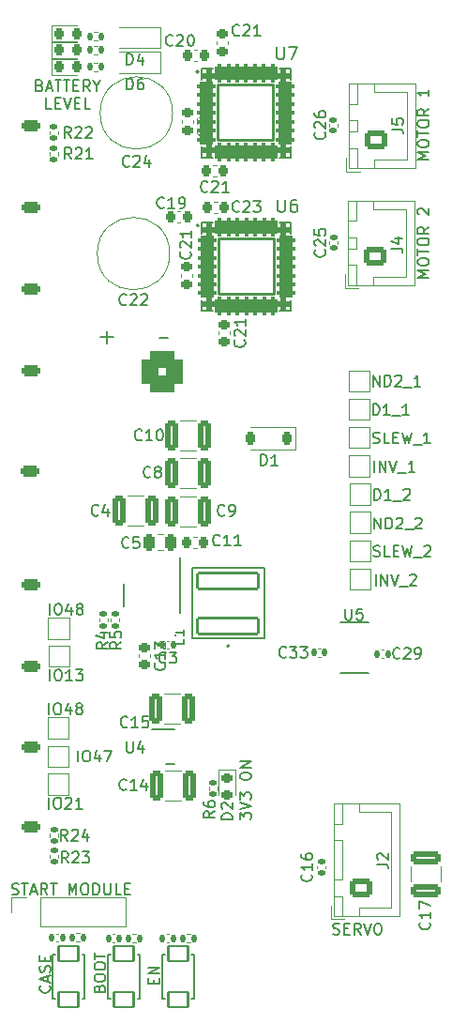
<source format=gto>
G04 #@! TF.GenerationSoftware,KiCad,Pcbnew,8.0.8*
G04 #@! TF.CreationDate,2025-02-25T21:21:12+02:00*
G04 #@! TF.ProjectId,minisumo_2025,6d696e69-7375-46d6-9f5f-323032352e6b,rev?*
G04 #@! TF.SameCoordinates,Original*
G04 #@! TF.FileFunction,Legend,Top*
G04 #@! TF.FilePolarity,Positive*
%FSLAX46Y46*%
G04 Gerber Fmt 4.6, Leading zero omitted, Abs format (unit mm)*
G04 Created by KiCad (PCBNEW 8.0.8) date 2025-02-25 21:21:12*
%MOMM*%
%LPD*%
G01*
G04 APERTURE LIST*
G04 Aperture macros list*
%AMRoundRect*
0 Rectangle with rounded corners*
0 $1 Rounding radius*
0 $2 $3 $4 $5 $6 $7 $8 $9 X,Y pos of 4 corners*
0 Add a 4 corners polygon primitive as box body*
4,1,4,$2,$3,$4,$5,$6,$7,$8,$9,$2,$3,0*
0 Add four circle primitives for the rounded corners*
1,1,$1+$1,$2,$3*
1,1,$1+$1,$4,$5*
1,1,$1+$1,$6,$7*
1,1,$1+$1,$8,$9*
0 Add four rect primitives between the rounded corners*
20,1,$1+$1,$2,$3,$4,$5,0*
20,1,$1+$1,$4,$5,$6,$7,0*
20,1,$1+$1,$6,$7,$8,$9,0*
20,1,$1+$1,$8,$9,$2,$3,0*%
G04 Aperture macros list end*
%ADD10C,0.150000*%
%ADD11C,0.120000*%
%ADD12C,0.127000*%
%ADD13C,0.200000*%
%ADD14C,0.152400*%
%ADD15C,0.000000*%
%ADD16RoundRect,0.140000X-0.140000X-0.170000X0.140000X-0.170000X0.140000X0.170000X-0.140000X0.170000X0*%
%ADD17RoundRect,0.135000X0.135000X0.185000X-0.135000X0.185000X-0.135000X-0.185000X0.135000X-0.185000X0*%
%ADD18RoundRect,0.250000X-0.325000X-1.100000X0.325000X-1.100000X0.325000X1.100000X-0.325000X1.100000X0*%
%ADD19RoundRect,0.135000X-0.185000X0.135000X-0.185000X-0.135000X0.185000X-0.135000X0.185000X0.135000X0*%
%ADD20R,1.500000X1.500000*%
%ADD21RoundRect,0.140000X0.140000X0.170000X-0.140000X0.170000X-0.140000X-0.170000X0.140000X-0.170000X0*%
%ADD22RoundRect,0.102000X0.900000X-0.675000X0.900000X0.675000X-0.900000X0.675000X-0.900000X-0.675000X0*%
%ADD23RoundRect,0.292560X-0.259440X-0.259440X0.259440X-0.259440X0.259440X0.259440X-0.259440X0.259440X0*%
%ADD24RoundRect,0.202460X-0.604540X-0.179540X0.604540X-0.179540X0.604540X0.179540X-0.604540X0.179540X0*%
%ADD25RoundRect,0.202460X-0.179540X-0.604540X0.179540X-0.604540X0.179540X0.604540X-0.179540X0.604540X0*%
%ADD26RoundRect,0.102000X-2.500000X-2.500000X2.500000X-2.500000X2.500000X2.500000X-2.500000X2.500000X0*%
%ADD27RoundRect,0.225000X-0.225000X-0.250000X0.225000X-0.250000X0.225000X0.250000X-0.225000X0.250000X0*%
%ADD28C,1.600000*%
%ADD29R,0.599999X1.549999*%
%ADD30C,0.499999*%
%ADD31RoundRect,0.225000X-0.250000X0.225000X-0.250000X-0.225000X0.250000X-0.225000X0.250000X0.225000X0*%
%ADD32RoundRect,0.760000X1.140000X1.140000X-1.140000X1.140000X-1.140000X-1.140000X1.140000X-1.140000X0*%
%ADD33C,4.000000*%
%ADD34RoundRect,0.250000X-1.100000X0.325000X-1.100000X-0.325000X1.100000X-0.325000X1.100000X0.325000X0*%
%ADD35RoundRect,0.250000X0.750000X-0.600000X0.750000X0.600000X-0.750000X0.600000X-0.750000X-0.600000X0*%
%ADD36O,2.000000X1.700000*%
%ADD37R,1.200000X1.200000*%
%ADD38RoundRect,0.140000X-0.170000X0.140000X-0.170000X-0.140000X0.170000X-0.140000X0.170000X0.140000X0*%
%ADD39RoundRect,0.225000X0.250000X-0.225000X0.250000X0.225000X-0.250000X0.225000X-0.250000X-0.225000X0*%
%ADD40R,1.000000X0.599999*%
%ADD41RoundRect,0.250000X0.325000X1.100000X-0.325000X1.100000X-0.325000X-1.100000X0.325000X-1.100000X0*%
%ADD42RoundRect,0.225000X0.225000X0.250000X-0.225000X0.250000X-0.225000X-0.250000X0.225000X-0.250000X0*%
%ADD43RoundRect,0.135000X0.185000X-0.135000X0.185000X0.135000X-0.185000X0.135000X-0.185000X-0.135000X0*%
%ADD44RoundRect,0.250000X-0.250000X-0.475000X0.250000X-0.475000X0.250000X0.475000X-0.250000X0.475000X0*%
%ADD45RoundRect,0.218750X-0.218750X-0.256250X0.218750X-0.256250X0.218750X0.256250X-0.218750X0.256250X0*%
%ADD46RoundRect,0.218750X-0.256250X0.218750X-0.256250X-0.218750X0.256250X-0.218750X0.256250X0.218750X0*%
%ADD47RoundRect,0.250000X0.725000X-0.600000X0.725000X0.600000X-0.725000X0.600000X-0.725000X-0.600000X0*%
%ADD48O,1.950000X1.700000*%
%ADD49R,1.099998X0.199898*%
%ADD50R,0.999998X0.199898*%
%ADD51R,1.700000X1.700000*%
%ADD52O,1.700000X1.700000*%
%ADD53RoundRect,0.140000X0.170000X-0.140000X0.170000X0.140000X-0.170000X0.140000X-0.170000X-0.140000X0*%
%ADD54RoundRect,0.225000X0.225000X0.375000X-0.225000X0.375000X-0.225000X-0.375000X0.225000X-0.375000X0*%
%ADD55RoundRect,0.102000X2.750000X-0.715000X2.750000X0.715000X-2.750000X0.715000X-2.750000X-0.715000X0*%
%ADD56RoundRect,0.250000X-0.615000X0.265000X-0.615000X-0.265000X0.615000X-0.265000X0.615000X0.265000X0*%
%ADD57O,1.730000X1.030000*%
%ADD58C,0.650000*%
%ADD59O,1.000000X1.600000*%
%ADD60O,1.000000X2.100000*%
G04 APERTURE END LIST*
D10*
X114386779Y-119969819D02*
X114386779Y-118969819D01*
X115053445Y-118969819D02*
X115243921Y-118969819D01*
X115243921Y-118969819D02*
X115339159Y-119017438D01*
X115339159Y-119017438D02*
X115434397Y-119112676D01*
X115434397Y-119112676D02*
X115482016Y-119303152D01*
X115482016Y-119303152D02*
X115482016Y-119636485D01*
X115482016Y-119636485D02*
X115434397Y-119826961D01*
X115434397Y-119826961D02*
X115339159Y-119922200D01*
X115339159Y-119922200D02*
X115243921Y-119969819D01*
X115243921Y-119969819D02*
X115053445Y-119969819D01*
X115053445Y-119969819D02*
X114958207Y-119922200D01*
X114958207Y-119922200D02*
X114862969Y-119826961D01*
X114862969Y-119826961D02*
X114815350Y-119636485D01*
X114815350Y-119636485D02*
X114815350Y-119303152D01*
X114815350Y-119303152D02*
X114862969Y-119112676D01*
X114862969Y-119112676D02*
X114958207Y-119017438D01*
X114958207Y-119017438D02*
X115053445Y-118969819D01*
X115862969Y-119065057D02*
X115910588Y-119017438D01*
X115910588Y-119017438D02*
X116005826Y-118969819D01*
X116005826Y-118969819D02*
X116243921Y-118969819D01*
X116243921Y-118969819D02*
X116339159Y-119017438D01*
X116339159Y-119017438D02*
X116386778Y-119065057D01*
X116386778Y-119065057D02*
X116434397Y-119160295D01*
X116434397Y-119160295D02*
X116434397Y-119255533D01*
X116434397Y-119255533D02*
X116386778Y-119398390D01*
X116386778Y-119398390D02*
X115815350Y-119969819D01*
X115815350Y-119969819D02*
X116434397Y-119969819D01*
X117386778Y-119969819D02*
X116815350Y-119969819D01*
X117101064Y-119969819D02*
X117101064Y-118969819D01*
X117101064Y-118969819D02*
X117005826Y-119112676D01*
X117005826Y-119112676D02*
X116910588Y-119207914D01*
X116910588Y-119207914D02*
X116815350Y-119255533D01*
X143736779Y-89569819D02*
X143736779Y-88569819D01*
X144212969Y-89569819D02*
X144212969Y-88569819D01*
X144212969Y-88569819D02*
X144784397Y-89569819D01*
X144784397Y-89569819D02*
X144784397Y-88569819D01*
X145117731Y-88569819D02*
X145451064Y-89569819D01*
X145451064Y-89569819D02*
X145784397Y-88569819D01*
X145879636Y-89665057D02*
X146641540Y-89665057D01*
X147403445Y-89569819D02*
X146832017Y-89569819D01*
X147117731Y-89569819D02*
X147117731Y-88569819D01*
X147117731Y-88569819D02*
X147022493Y-88712676D01*
X147022493Y-88712676D02*
X146927255Y-88807914D01*
X146927255Y-88807914D02*
X146832017Y-88855533D01*
X143736779Y-92119819D02*
X143736779Y-91119819D01*
X143736779Y-91119819D02*
X143974874Y-91119819D01*
X143974874Y-91119819D02*
X144117731Y-91167438D01*
X144117731Y-91167438D02*
X144212969Y-91262676D01*
X144212969Y-91262676D02*
X144260588Y-91357914D01*
X144260588Y-91357914D02*
X144308207Y-91548390D01*
X144308207Y-91548390D02*
X144308207Y-91691247D01*
X144308207Y-91691247D02*
X144260588Y-91881723D01*
X144260588Y-91881723D02*
X144212969Y-91976961D01*
X144212969Y-91976961D02*
X144117731Y-92072200D01*
X144117731Y-92072200D02*
X143974874Y-92119819D01*
X143974874Y-92119819D02*
X143736779Y-92119819D01*
X145260588Y-92119819D02*
X144689160Y-92119819D01*
X144974874Y-92119819D02*
X144974874Y-91119819D01*
X144974874Y-91119819D02*
X144879636Y-91262676D01*
X144879636Y-91262676D02*
X144784398Y-91357914D01*
X144784398Y-91357914D02*
X144689160Y-91405533D01*
X145451065Y-92215057D02*
X146212969Y-92215057D01*
X146403446Y-91215057D02*
X146451065Y-91167438D01*
X146451065Y-91167438D02*
X146546303Y-91119819D01*
X146546303Y-91119819D02*
X146784398Y-91119819D01*
X146784398Y-91119819D02*
X146879636Y-91167438D01*
X146879636Y-91167438D02*
X146927255Y-91215057D01*
X146927255Y-91215057D02*
X146974874Y-91310295D01*
X146974874Y-91310295D02*
X146974874Y-91405533D01*
X146974874Y-91405533D02*
X146927255Y-91548390D01*
X146927255Y-91548390D02*
X146355827Y-92119819D01*
X146355827Y-92119819D02*
X146974874Y-92119819D01*
X116996779Y-115729819D02*
X116996779Y-114729819D01*
X117663445Y-114729819D02*
X117853921Y-114729819D01*
X117853921Y-114729819D02*
X117949159Y-114777438D01*
X117949159Y-114777438D02*
X118044397Y-114872676D01*
X118044397Y-114872676D02*
X118092016Y-115063152D01*
X118092016Y-115063152D02*
X118092016Y-115396485D01*
X118092016Y-115396485D02*
X118044397Y-115586961D01*
X118044397Y-115586961D02*
X117949159Y-115682200D01*
X117949159Y-115682200D02*
X117853921Y-115729819D01*
X117853921Y-115729819D02*
X117663445Y-115729819D01*
X117663445Y-115729819D02*
X117568207Y-115682200D01*
X117568207Y-115682200D02*
X117472969Y-115586961D01*
X117472969Y-115586961D02*
X117425350Y-115396485D01*
X117425350Y-115396485D02*
X117425350Y-115063152D01*
X117425350Y-115063152D02*
X117472969Y-114872676D01*
X117472969Y-114872676D02*
X117568207Y-114777438D01*
X117568207Y-114777438D02*
X117663445Y-114729819D01*
X118949159Y-115063152D02*
X118949159Y-115729819D01*
X118711064Y-114682200D02*
X118472969Y-115396485D01*
X118472969Y-115396485D02*
X119092016Y-115396485D01*
X119377731Y-114729819D02*
X120044397Y-114729819D01*
X120044397Y-114729819D02*
X119615826Y-115729819D01*
X143636779Y-84469819D02*
X143636779Y-83469819D01*
X143636779Y-83469819D02*
X143874874Y-83469819D01*
X143874874Y-83469819D02*
X144017731Y-83517438D01*
X144017731Y-83517438D02*
X144112969Y-83612676D01*
X144112969Y-83612676D02*
X144160588Y-83707914D01*
X144160588Y-83707914D02*
X144208207Y-83898390D01*
X144208207Y-83898390D02*
X144208207Y-84041247D01*
X144208207Y-84041247D02*
X144160588Y-84231723D01*
X144160588Y-84231723D02*
X144112969Y-84326961D01*
X144112969Y-84326961D02*
X144017731Y-84422200D01*
X144017731Y-84422200D02*
X143874874Y-84469819D01*
X143874874Y-84469819D02*
X143636779Y-84469819D01*
X145160588Y-84469819D02*
X144589160Y-84469819D01*
X144874874Y-84469819D02*
X144874874Y-83469819D01*
X144874874Y-83469819D02*
X144779636Y-83612676D01*
X144779636Y-83612676D02*
X144684398Y-83707914D01*
X144684398Y-83707914D02*
X144589160Y-83755533D01*
X145351065Y-84565057D02*
X146112969Y-84565057D01*
X146874874Y-84469819D02*
X146303446Y-84469819D01*
X146589160Y-84469819D02*
X146589160Y-83469819D01*
X146589160Y-83469819D02*
X146493922Y-83612676D01*
X146493922Y-83612676D02*
X146398684Y-83707914D01*
X146398684Y-83707914D02*
X146303446Y-83755533D01*
X143689160Y-97172200D02*
X143832017Y-97219819D01*
X143832017Y-97219819D02*
X144070112Y-97219819D01*
X144070112Y-97219819D02*
X144165350Y-97172200D01*
X144165350Y-97172200D02*
X144212969Y-97124580D01*
X144212969Y-97124580D02*
X144260588Y-97029342D01*
X144260588Y-97029342D02*
X144260588Y-96934104D01*
X144260588Y-96934104D02*
X144212969Y-96838866D01*
X144212969Y-96838866D02*
X144165350Y-96791247D01*
X144165350Y-96791247D02*
X144070112Y-96743628D01*
X144070112Y-96743628D02*
X143879636Y-96696009D01*
X143879636Y-96696009D02*
X143784398Y-96648390D01*
X143784398Y-96648390D02*
X143736779Y-96600771D01*
X143736779Y-96600771D02*
X143689160Y-96505533D01*
X143689160Y-96505533D02*
X143689160Y-96410295D01*
X143689160Y-96410295D02*
X143736779Y-96315057D01*
X143736779Y-96315057D02*
X143784398Y-96267438D01*
X143784398Y-96267438D02*
X143879636Y-96219819D01*
X143879636Y-96219819D02*
X144117731Y-96219819D01*
X144117731Y-96219819D02*
X144260588Y-96267438D01*
X145165350Y-97219819D02*
X144689160Y-97219819D01*
X144689160Y-97219819D02*
X144689160Y-96219819D01*
X145498684Y-96696009D02*
X145832017Y-96696009D01*
X145974874Y-97219819D02*
X145498684Y-97219819D01*
X145498684Y-97219819D02*
X145498684Y-96219819D01*
X145498684Y-96219819D02*
X145974874Y-96219819D01*
X146308208Y-96219819D02*
X146546303Y-97219819D01*
X146546303Y-97219819D02*
X146736779Y-96505533D01*
X146736779Y-96505533D02*
X146927255Y-97219819D01*
X146927255Y-97219819D02*
X147165351Y-96219819D01*
X147308208Y-97315057D02*
X148070112Y-97315057D01*
X148260589Y-96315057D02*
X148308208Y-96267438D01*
X148308208Y-96267438D02*
X148403446Y-96219819D01*
X148403446Y-96219819D02*
X148641541Y-96219819D01*
X148641541Y-96219819D02*
X148736779Y-96267438D01*
X148736779Y-96267438D02*
X148784398Y-96315057D01*
X148784398Y-96315057D02*
X148832017Y-96410295D01*
X148832017Y-96410295D02*
X148832017Y-96505533D01*
X148832017Y-96505533D02*
X148784398Y-96648390D01*
X148784398Y-96648390D02*
X148212970Y-97219819D01*
X148212970Y-97219819D02*
X148832017Y-97219819D01*
X114424580Y-135941792D02*
X114472200Y-135989411D01*
X114472200Y-135989411D02*
X114519819Y-136132268D01*
X114519819Y-136132268D02*
X114519819Y-136227506D01*
X114519819Y-136227506D02*
X114472200Y-136370363D01*
X114472200Y-136370363D02*
X114376961Y-136465601D01*
X114376961Y-136465601D02*
X114281723Y-136513220D01*
X114281723Y-136513220D02*
X114091247Y-136560839D01*
X114091247Y-136560839D02*
X113948390Y-136560839D01*
X113948390Y-136560839D02*
X113757914Y-136513220D01*
X113757914Y-136513220D02*
X113662676Y-136465601D01*
X113662676Y-136465601D02*
X113567438Y-136370363D01*
X113567438Y-136370363D02*
X113519819Y-136227506D01*
X113519819Y-136227506D02*
X113519819Y-136132268D01*
X113519819Y-136132268D02*
X113567438Y-135989411D01*
X113567438Y-135989411D02*
X113615057Y-135941792D01*
X114234104Y-135560839D02*
X114234104Y-135084649D01*
X114519819Y-135656077D02*
X113519819Y-135322744D01*
X113519819Y-135322744D02*
X114519819Y-134989411D01*
X114472200Y-134703696D02*
X114519819Y-134560839D01*
X114519819Y-134560839D02*
X114519819Y-134322744D01*
X114519819Y-134322744D02*
X114472200Y-134227506D01*
X114472200Y-134227506D02*
X114424580Y-134179887D01*
X114424580Y-134179887D02*
X114329342Y-134132268D01*
X114329342Y-134132268D02*
X114234104Y-134132268D01*
X114234104Y-134132268D02*
X114138866Y-134179887D01*
X114138866Y-134179887D02*
X114091247Y-134227506D01*
X114091247Y-134227506D02*
X114043628Y-134322744D01*
X114043628Y-134322744D02*
X113996009Y-134513220D01*
X113996009Y-134513220D02*
X113948390Y-134608458D01*
X113948390Y-134608458D02*
X113900771Y-134656077D01*
X113900771Y-134656077D02*
X113805533Y-134703696D01*
X113805533Y-134703696D02*
X113710295Y-134703696D01*
X113710295Y-134703696D02*
X113615057Y-134656077D01*
X113615057Y-134656077D02*
X113567438Y-134608458D01*
X113567438Y-134608458D02*
X113519819Y-134513220D01*
X113519819Y-134513220D02*
X113519819Y-134275125D01*
X113519819Y-134275125D02*
X113567438Y-134132268D01*
X113996009Y-133703696D02*
X113996009Y-133370363D01*
X114519819Y-133227506D02*
X114519819Y-133703696D01*
X114519819Y-133703696D02*
X113519819Y-133703696D01*
X113519819Y-133703696D02*
X113519819Y-133227506D01*
X123846009Y-135763220D02*
X123846009Y-135429887D01*
X124369819Y-135287030D02*
X124369819Y-135763220D01*
X124369819Y-135763220D02*
X123369819Y-135763220D01*
X123369819Y-135763220D02*
X123369819Y-135287030D01*
X124369819Y-134858458D02*
X123369819Y-134858458D01*
X123369819Y-134858458D02*
X124369819Y-134287030D01*
X124369819Y-134287030D02*
X123369819Y-134287030D01*
X148669819Y-72063220D02*
X147669819Y-72063220D01*
X147669819Y-72063220D02*
X148384104Y-71729887D01*
X148384104Y-71729887D02*
X147669819Y-71396554D01*
X147669819Y-71396554D02*
X148669819Y-71396554D01*
X147669819Y-70729887D02*
X147669819Y-70539411D01*
X147669819Y-70539411D02*
X147717438Y-70444173D01*
X147717438Y-70444173D02*
X147812676Y-70348935D01*
X147812676Y-70348935D02*
X148003152Y-70301316D01*
X148003152Y-70301316D02*
X148336485Y-70301316D01*
X148336485Y-70301316D02*
X148526961Y-70348935D01*
X148526961Y-70348935D02*
X148622200Y-70444173D01*
X148622200Y-70444173D02*
X148669819Y-70539411D01*
X148669819Y-70539411D02*
X148669819Y-70729887D01*
X148669819Y-70729887D02*
X148622200Y-70825125D01*
X148622200Y-70825125D02*
X148526961Y-70920363D01*
X148526961Y-70920363D02*
X148336485Y-70967982D01*
X148336485Y-70967982D02*
X148003152Y-70967982D01*
X148003152Y-70967982D02*
X147812676Y-70920363D01*
X147812676Y-70920363D02*
X147717438Y-70825125D01*
X147717438Y-70825125D02*
X147669819Y-70729887D01*
X147669819Y-70015601D02*
X147669819Y-69444173D01*
X148669819Y-69729887D02*
X147669819Y-69729887D01*
X147669819Y-68920363D02*
X147669819Y-68729887D01*
X147669819Y-68729887D02*
X147717438Y-68634649D01*
X147717438Y-68634649D02*
X147812676Y-68539411D01*
X147812676Y-68539411D02*
X148003152Y-68491792D01*
X148003152Y-68491792D02*
X148336485Y-68491792D01*
X148336485Y-68491792D02*
X148526961Y-68539411D01*
X148526961Y-68539411D02*
X148622200Y-68634649D01*
X148622200Y-68634649D02*
X148669819Y-68729887D01*
X148669819Y-68729887D02*
X148669819Y-68920363D01*
X148669819Y-68920363D02*
X148622200Y-69015601D01*
X148622200Y-69015601D02*
X148526961Y-69110839D01*
X148526961Y-69110839D02*
X148336485Y-69158458D01*
X148336485Y-69158458D02*
X148003152Y-69158458D01*
X148003152Y-69158458D02*
X147812676Y-69110839D01*
X147812676Y-69110839D02*
X147717438Y-69015601D01*
X147717438Y-69015601D02*
X147669819Y-68920363D01*
X148669819Y-67491792D02*
X148193628Y-67825125D01*
X148669819Y-68063220D02*
X147669819Y-68063220D01*
X147669819Y-68063220D02*
X147669819Y-67682268D01*
X147669819Y-67682268D02*
X147717438Y-67587030D01*
X147717438Y-67587030D02*
X147765057Y-67539411D01*
X147765057Y-67539411D02*
X147860295Y-67491792D01*
X147860295Y-67491792D02*
X148003152Y-67491792D01*
X148003152Y-67491792D02*
X148098390Y-67539411D01*
X148098390Y-67539411D02*
X148146009Y-67587030D01*
X148146009Y-67587030D02*
X148193628Y-67682268D01*
X148193628Y-67682268D02*
X148193628Y-68063220D01*
X147765057Y-66348934D02*
X147717438Y-66301315D01*
X147717438Y-66301315D02*
X147669819Y-66206077D01*
X147669819Y-66206077D02*
X147669819Y-65967982D01*
X147669819Y-65967982D02*
X147717438Y-65872744D01*
X147717438Y-65872744D02*
X147765057Y-65825125D01*
X147765057Y-65825125D02*
X147860295Y-65777506D01*
X147860295Y-65777506D02*
X147955533Y-65777506D01*
X147955533Y-65777506D02*
X148098390Y-65825125D01*
X148098390Y-65825125D02*
X148669819Y-66396553D01*
X148669819Y-66396553D02*
X148669819Y-65777506D01*
X118946009Y-136179887D02*
X118993628Y-136037030D01*
X118993628Y-136037030D02*
X119041247Y-135989411D01*
X119041247Y-135989411D02*
X119136485Y-135941792D01*
X119136485Y-135941792D02*
X119279342Y-135941792D01*
X119279342Y-135941792D02*
X119374580Y-135989411D01*
X119374580Y-135989411D02*
X119422200Y-136037030D01*
X119422200Y-136037030D02*
X119469819Y-136132268D01*
X119469819Y-136132268D02*
X119469819Y-136513220D01*
X119469819Y-136513220D02*
X118469819Y-136513220D01*
X118469819Y-136513220D02*
X118469819Y-136179887D01*
X118469819Y-136179887D02*
X118517438Y-136084649D01*
X118517438Y-136084649D02*
X118565057Y-136037030D01*
X118565057Y-136037030D02*
X118660295Y-135989411D01*
X118660295Y-135989411D02*
X118755533Y-135989411D01*
X118755533Y-135989411D02*
X118850771Y-136037030D01*
X118850771Y-136037030D02*
X118898390Y-136084649D01*
X118898390Y-136084649D02*
X118946009Y-136179887D01*
X118946009Y-136179887D02*
X118946009Y-136513220D01*
X118469819Y-135322744D02*
X118469819Y-135132268D01*
X118469819Y-135132268D02*
X118517438Y-135037030D01*
X118517438Y-135037030D02*
X118612676Y-134941792D01*
X118612676Y-134941792D02*
X118803152Y-134894173D01*
X118803152Y-134894173D02*
X119136485Y-134894173D01*
X119136485Y-134894173D02*
X119326961Y-134941792D01*
X119326961Y-134941792D02*
X119422200Y-135037030D01*
X119422200Y-135037030D02*
X119469819Y-135132268D01*
X119469819Y-135132268D02*
X119469819Y-135322744D01*
X119469819Y-135322744D02*
X119422200Y-135417982D01*
X119422200Y-135417982D02*
X119326961Y-135513220D01*
X119326961Y-135513220D02*
X119136485Y-135560839D01*
X119136485Y-135560839D02*
X118803152Y-135560839D01*
X118803152Y-135560839D02*
X118612676Y-135513220D01*
X118612676Y-135513220D02*
X118517438Y-135417982D01*
X118517438Y-135417982D02*
X118469819Y-135322744D01*
X118469819Y-134275125D02*
X118469819Y-134084649D01*
X118469819Y-134084649D02*
X118517438Y-133989411D01*
X118517438Y-133989411D02*
X118612676Y-133894173D01*
X118612676Y-133894173D02*
X118803152Y-133846554D01*
X118803152Y-133846554D02*
X119136485Y-133846554D01*
X119136485Y-133846554D02*
X119326961Y-133894173D01*
X119326961Y-133894173D02*
X119422200Y-133989411D01*
X119422200Y-133989411D02*
X119469819Y-134084649D01*
X119469819Y-134084649D02*
X119469819Y-134275125D01*
X119469819Y-134275125D02*
X119422200Y-134370363D01*
X119422200Y-134370363D02*
X119326961Y-134465601D01*
X119326961Y-134465601D02*
X119136485Y-134513220D01*
X119136485Y-134513220D02*
X118803152Y-134513220D01*
X118803152Y-134513220D02*
X118612676Y-134465601D01*
X118612676Y-134465601D02*
X118517438Y-134370363D01*
X118517438Y-134370363D02*
X118469819Y-134275125D01*
X118469819Y-133560839D02*
X118469819Y-132989411D01*
X119469819Y-133275125D02*
X118469819Y-133275125D01*
X143639160Y-86972200D02*
X143782017Y-87019819D01*
X143782017Y-87019819D02*
X144020112Y-87019819D01*
X144020112Y-87019819D02*
X144115350Y-86972200D01*
X144115350Y-86972200D02*
X144162969Y-86924580D01*
X144162969Y-86924580D02*
X144210588Y-86829342D01*
X144210588Y-86829342D02*
X144210588Y-86734104D01*
X144210588Y-86734104D02*
X144162969Y-86638866D01*
X144162969Y-86638866D02*
X144115350Y-86591247D01*
X144115350Y-86591247D02*
X144020112Y-86543628D01*
X144020112Y-86543628D02*
X143829636Y-86496009D01*
X143829636Y-86496009D02*
X143734398Y-86448390D01*
X143734398Y-86448390D02*
X143686779Y-86400771D01*
X143686779Y-86400771D02*
X143639160Y-86305533D01*
X143639160Y-86305533D02*
X143639160Y-86210295D01*
X143639160Y-86210295D02*
X143686779Y-86115057D01*
X143686779Y-86115057D02*
X143734398Y-86067438D01*
X143734398Y-86067438D02*
X143829636Y-86019819D01*
X143829636Y-86019819D02*
X144067731Y-86019819D01*
X144067731Y-86019819D02*
X144210588Y-86067438D01*
X145115350Y-87019819D02*
X144639160Y-87019819D01*
X144639160Y-87019819D02*
X144639160Y-86019819D01*
X145448684Y-86496009D02*
X145782017Y-86496009D01*
X145924874Y-87019819D02*
X145448684Y-87019819D01*
X145448684Y-87019819D02*
X145448684Y-86019819D01*
X145448684Y-86019819D02*
X145924874Y-86019819D01*
X146258208Y-86019819D02*
X146496303Y-87019819D01*
X146496303Y-87019819D02*
X146686779Y-86305533D01*
X146686779Y-86305533D02*
X146877255Y-87019819D01*
X146877255Y-87019819D02*
X147115351Y-86019819D01*
X147258208Y-87115057D02*
X148020112Y-87115057D01*
X148782017Y-87019819D02*
X148210589Y-87019819D01*
X148496303Y-87019819D02*
X148496303Y-86019819D01*
X148496303Y-86019819D02*
X148401065Y-86162676D01*
X148401065Y-86162676D02*
X148305827Y-86257914D01*
X148305827Y-86257914D02*
X148210589Y-86305533D01*
X143886779Y-99819819D02*
X143886779Y-98819819D01*
X144362969Y-99819819D02*
X144362969Y-98819819D01*
X144362969Y-98819819D02*
X144934397Y-99819819D01*
X144934397Y-99819819D02*
X144934397Y-98819819D01*
X145267731Y-98819819D02*
X145601064Y-99819819D01*
X145601064Y-99819819D02*
X145934397Y-98819819D01*
X146029636Y-99915057D02*
X146791540Y-99915057D01*
X146982017Y-98915057D02*
X147029636Y-98867438D01*
X147029636Y-98867438D02*
X147124874Y-98819819D01*
X147124874Y-98819819D02*
X147362969Y-98819819D01*
X147362969Y-98819819D02*
X147458207Y-98867438D01*
X147458207Y-98867438D02*
X147505826Y-98915057D01*
X147505826Y-98915057D02*
X147553445Y-99010295D01*
X147553445Y-99010295D02*
X147553445Y-99105533D01*
X147553445Y-99105533D02*
X147505826Y-99248390D01*
X147505826Y-99248390D02*
X146934398Y-99819819D01*
X146934398Y-99819819D02*
X147553445Y-99819819D01*
X114436779Y-102469819D02*
X114436779Y-101469819D01*
X115103445Y-101469819D02*
X115293921Y-101469819D01*
X115293921Y-101469819D02*
X115389159Y-101517438D01*
X115389159Y-101517438D02*
X115484397Y-101612676D01*
X115484397Y-101612676D02*
X115532016Y-101803152D01*
X115532016Y-101803152D02*
X115532016Y-102136485D01*
X115532016Y-102136485D02*
X115484397Y-102326961D01*
X115484397Y-102326961D02*
X115389159Y-102422200D01*
X115389159Y-102422200D02*
X115293921Y-102469819D01*
X115293921Y-102469819D02*
X115103445Y-102469819D01*
X115103445Y-102469819D02*
X115008207Y-102422200D01*
X115008207Y-102422200D02*
X114912969Y-102326961D01*
X114912969Y-102326961D02*
X114865350Y-102136485D01*
X114865350Y-102136485D02*
X114865350Y-101803152D01*
X114865350Y-101803152D02*
X114912969Y-101612676D01*
X114912969Y-101612676D02*
X115008207Y-101517438D01*
X115008207Y-101517438D02*
X115103445Y-101469819D01*
X116389159Y-101803152D02*
X116389159Y-102469819D01*
X116151064Y-101422200D02*
X115912969Y-102136485D01*
X115912969Y-102136485D02*
X116532016Y-102136485D01*
X117055826Y-101898390D02*
X116960588Y-101850771D01*
X116960588Y-101850771D02*
X116912969Y-101803152D01*
X116912969Y-101803152D02*
X116865350Y-101707914D01*
X116865350Y-101707914D02*
X116865350Y-101660295D01*
X116865350Y-101660295D02*
X116912969Y-101565057D01*
X116912969Y-101565057D02*
X116960588Y-101517438D01*
X116960588Y-101517438D02*
X117055826Y-101469819D01*
X117055826Y-101469819D02*
X117246302Y-101469819D01*
X117246302Y-101469819D02*
X117341540Y-101517438D01*
X117341540Y-101517438D02*
X117389159Y-101565057D01*
X117389159Y-101565057D02*
X117436778Y-101660295D01*
X117436778Y-101660295D02*
X117436778Y-101707914D01*
X117436778Y-101707914D02*
X117389159Y-101803152D01*
X117389159Y-101803152D02*
X117341540Y-101850771D01*
X117341540Y-101850771D02*
X117246302Y-101898390D01*
X117246302Y-101898390D02*
X117055826Y-101898390D01*
X117055826Y-101898390D02*
X116960588Y-101946009D01*
X116960588Y-101946009D02*
X116912969Y-101993628D01*
X116912969Y-101993628D02*
X116865350Y-102088866D01*
X116865350Y-102088866D02*
X116865350Y-102279342D01*
X116865350Y-102279342D02*
X116912969Y-102374580D01*
X116912969Y-102374580D02*
X116960588Y-102422200D01*
X116960588Y-102422200D02*
X117055826Y-102469819D01*
X117055826Y-102469819D02*
X117246302Y-102469819D01*
X117246302Y-102469819D02*
X117341540Y-102422200D01*
X117341540Y-102422200D02*
X117389159Y-102374580D01*
X117389159Y-102374580D02*
X117436778Y-102279342D01*
X117436778Y-102279342D02*
X117436778Y-102088866D01*
X117436778Y-102088866D02*
X117389159Y-101993628D01*
X117389159Y-101993628D02*
X117341540Y-101946009D01*
X117341540Y-101946009D02*
X117246302Y-101898390D01*
X124386779Y-77488866D02*
X125148684Y-77488866D01*
X131619819Y-120948458D02*
X131619819Y-120329411D01*
X131619819Y-120329411D02*
X132000771Y-120662744D01*
X132000771Y-120662744D02*
X132000771Y-120519887D01*
X132000771Y-120519887D02*
X132048390Y-120424649D01*
X132048390Y-120424649D02*
X132096009Y-120377030D01*
X132096009Y-120377030D02*
X132191247Y-120329411D01*
X132191247Y-120329411D02*
X132429342Y-120329411D01*
X132429342Y-120329411D02*
X132524580Y-120377030D01*
X132524580Y-120377030D02*
X132572200Y-120424649D01*
X132572200Y-120424649D02*
X132619819Y-120519887D01*
X132619819Y-120519887D02*
X132619819Y-120805601D01*
X132619819Y-120805601D02*
X132572200Y-120900839D01*
X132572200Y-120900839D02*
X132524580Y-120948458D01*
X131619819Y-120043696D02*
X132619819Y-119710363D01*
X132619819Y-119710363D02*
X131619819Y-119377030D01*
X131619819Y-119138934D02*
X131619819Y-118519887D01*
X131619819Y-118519887D02*
X132000771Y-118853220D01*
X132000771Y-118853220D02*
X132000771Y-118710363D01*
X132000771Y-118710363D02*
X132048390Y-118615125D01*
X132048390Y-118615125D02*
X132096009Y-118567506D01*
X132096009Y-118567506D02*
X132191247Y-118519887D01*
X132191247Y-118519887D02*
X132429342Y-118519887D01*
X132429342Y-118519887D02*
X132524580Y-118567506D01*
X132524580Y-118567506D02*
X132572200Y-118615125D01*
X132572200Y-118615125D02*
X132619819Y-118710363D01*
X132619819Y-118710363D02*
X132619819Y-118996077D01*
X132619819Y-118996077D02*
X132572200Y-119091315D01*
X132572200Y-119091315D02*
X132524580Y-119138934D01*
X131619819Y-117138934D02*
X131619819Y-116948458D01*
X131619819Y-116948458D02*
X131667438Y-116853220D01*
X131667438Y-116853220D02*
X131762676Y-116757982D01*
X131762676Y-116757982D02*
X131953152Y-116710363D01*
X131953152Y-116710363D02*
X132286485Y-116710363D01*
X132286485Y-116710363D02*
X132476961Y-116757982D01*
X132476961Y-116757982D02*
X132572200Y-116853220D01*
X132572200Y-116853220D02*
X132619819Y-116948458D01*
X132619819Y-116948458D02*
X132619819Y-117138934D01*
X132619819Y-117138934D02*
X132572200Y-117234172D01*
X132572200Y-117234172D02*
X132476961Y-117329410D01*
X132476961Y-117329410D02*
X132286485Y-117377029D01*
X132286485Y-117377029D02*
X131953152Y-117377029D01*
X131953152Y-117377029D02*
X131762676Y-117329410D01*
X131762676Y-117329410D02*
X131667438Y-117234172D01*
X131667438Y-117234172D02*
X131619819Y-117138934D01*
X132619819Y-116281791D02*
X131619819Y-116281791D01*
X131619819Y-116281791D02*
X132619819Y-115710363D01*
X132619819Y-115710363D02*
X131619819Y-115710363D01*
X114436779Y-108419819D02*
X114436779Y-107419819D01*
X115103445Y-107419819D02*
X115293921Y-107419819D01*
X115293921Y-107419819D02*
X115389159Y-107467438D01*
X115389159Y-107467438D02*
X115484397Y-107562676D01*
X115484397Y-107562676D02*
X115532016Y-107753152D01*
X115532016Y-107753152D02*
X115532016Y-108086485D01*
X115532016Y-108086485D02*
X115484397Y-108276961D01*
X115484397Y-108276961D02*
X115389159Y-108372200D01*
X115389159Y-108372200D02*
X115293921Y-108419819D01*
X115293921Y-108419819D02*
X115103445Y-108419819D01*
X115103445Y-108419819D02*
X115008207Y-108372200D01*
X115008207Y-108372200D02*
X114912969Y-108276961D01*
X114912969Y-108276961D02*
X114865350Y-108086485D01*
X114865350Y-108086485D02*
X114865350Y-107753152D01*
X114865350Y-107753152D02*
X114912969Y-107562676D01*
X114912969Y-107562676D02*
X115008207Y-107467438D01*
X115008207Y-107467438D02*
X115103445Y-107419819D01*
X116484397Y-108419819D02*
X115912969Y-108419819D01*
X116198683Y-108419819D02*
X116198683Y-107419819D01*
X116198683Y-107419819D02*
X116103445Y-107562676D01*
X116103445Y-107562676D02*
X116008207Y-107657914D01*
X116008207Y-107657914D02*
X115912969Y-107705533D01*
X116817731Y-107419819D02*
X117436778Y-107419819D01*
X117436778Y-107419819D02*
X117103445Y-107800771D01*
X117103445Y-107800771D02*
X117246302Y-107800771D01*
X117246302Y-107800771D02*
X117341540Y-107848390D01*
X117341540Y-107848390D02*
X117389159Y-107896009D01*
X117389159Y-107896009D02*
X117436778Y-107991247D01*
X117436778Y-107991247D02*
X117436778Y-108229342D01*
X117436778Y-108229342D02*
X117389159Y-108324580D01*
X117389159Y-108324580D02*
X117341540Y-108372200D01*
X117341540Y-108372200D02*
X117246302Y-108419819D01*
X117246302Y-108419819D02*
X116960588Y-108419819D01*
X116960588Y-108419819D02*
X116865350Y-108372200D01*
X116865350Y-108372200D02*
X116817731Y-108324580D01*
X111039160Y-127672200D02*
X111182017Y-127719819D01*
X111182017Y-127719819D02*
X111420112Y-127719819D01*
X111420112Y-127719819D02*
X111515350Y-127672200D01*
X111515350Y-127672200D02*
X111562969Y-127624580D01*
X111562969Y-127624580D02*
X111610588Y-127529342D01*
X111610588Y-127529342D02*
X111610588Y-127434104D01*
X111610588Y-127434104D02*
X111562969Y-127338866D01*
X111562969Y-127338866D02*
X111515350Y-127291247D01*
X111515350Y-127291247D02*
X111420112Y-127243628D01*
X111420112Y-127243628D02*
X111229636Y-127196009D01*
X111229636Y-127196009D02*
X111134398Y-127148390D01*
X111134398Y-127148390D02*
X111086779Y-127100771D01*
X111086779Y-127100771D02*
X111039160Y-127005533D01*
X111039160Y-127005533D02*
X111039160Y-126910295D01*
X111039160Y-126910295D02*
X111086779Y-126815057D01*
X111086779Y-126815057D02*
X111134398Y-126767438D01*
X111134398Y-126767438D02*
X111229636Y-126719819D01*
X111229636Y-126719819D02*
X111467731Y-126719819D01*
X111467731Y-126719819D02*
X111610588Y-126767438D01*
X111896303Y-126719819D02*
X112467731Y-126719819D01*
X112182017Y-127719819D02*
X112182017Y-126719819D01*
X112753446Y-127434104D02*
X113229636Y-127434104D01*
X112658208Y-127719819D02*
X112991541Y-126719819D01*
X112991541Y-126719819D02*
X113324874Y-127719819D01*
X114229636Y-127719819D02*
X113896303Y-127243628D01*
X113658208Y-127719819D02*
X113658208Y-126719819D01*
X113658208Y-126719819D02*
X114039160Y-126719819D01*
X114039160Y-126719819D02*
X114134398Y-126767438D01*
X114134398Y-126767438D02*
X114182017Y-126815057D01*
X114182017Y-126815057D02*
X114229636Y-126910295D01*
X114229636Y-126910295D02*
X114229636Y-127053152D01*
X114229636Y-127053152D02*
X114182017Y-127148390D01*
X114182017Y-127148390D02*
X114134398Y-127196009D01*
X114134398Y-127196009D02*
X114039160Y-127243628D01*
X114039160Y-127243628D02*
X113658208Y-127243628D01*
X114515351Y-126719819D02*
X115086779Y-126719819D01*
X114801065Y-127719819D02*
X114801065Y-126719819D01*
X116182018Y-127719819D02*
X116182018Y-126719819D01*
X116182018Y-126719819D02*
X116515351Y-127434104D01*
X116515351Y-127434104D02*
X116848684Y-126719819D01*
X116848684Y-126719819D02*
X116848684Y-127719819D01*
X117515351Y-126719819D02*
X117705827Y-126719819D01*
X117705827Y-126719819D02*
X117801065Y-126767438D01*
X117801065Y-126767438D02*
X117896303Y-126862676D01*
X117896303Y-126862676D02*
X117943922Y-127053152D01*
X117943922Y-127053152D02*
X117943922Y-127386485D01*
X117943922Y-127386485D02*
X117896303Y-127576961D01*
X117896303Y-127576961D02*
X117801065Y-127672200D01*
X117801065Y-127672200D02*
X117705827Y-127719819D01*
X117705827Y-127719819D02*
X117515351Y-127719819D01*
X117515351Y-127719819D02*
X117420113Y-127672200D01*
X117420113Y-127672200D02*
X117324875Y-127576961D01*
X117324875Y-127576961D02*
X117277256Y-127386485D01*
X117277256Y-127386485D02*
X117277256Y-127053152D01*
X117277256Y-127053152D02*
X117324875Y-126862676D01*
X117324875Y-126862676D02*
X117420113Y-126767438D01*
X117420113Y-126767438D02*
X117515351Y-126719819D01*
X118372494Y-127719819D02*
X118372494Y-126719819D01*
X118372494Y-126719819D02*
X118610589Y-126719819D01*
X118610589Y-126719819D02*
X118753446Y-126767438D01*
X118753446Y-126767438D02*
X118848684Y-126862676D01*
X118848684Y-126862676D02*
X118896303Y-126957914D01*
X118896303Y-126957914D02*
X118943922Y-127148390D01*
X118943922Y-127148390D02*
X118943922Y-127291247D01*
X118943922Y-127291247D02*
X118896303Y-127481723D01*
X118896303Y-127481723D02*
X118848684Y-127576961D01*
X118848684Y-127576961D02*
X118753446Y-127672200D01*
X118753446Y-127672200D02*
X118610589Y-127719819D01*
X118610589Y-127719819D02*
X118372494Y-127719819D01*
X119372494Y-126719819D02*
X119372494Y-127529342D01*
X119372494Y-127529342D02*
X119420113Y-127624580D01*
X119420113Y-127624580D02*
X119467732Y-127672200D01*
X119467732Y-127672200D02*
X119562970Y-127719819D01*
X119562970Y-127719819D02*
X119753446Y-127719819D01*
X119753446Y-127719819D02*
X119848684Y-127672200D01*
X119848684Y-127672200D02*
X119896303Y-127624580D01*
X119896303Y-127624580D02*
X119943922Y-127529342D01*
X119943922Y-127529342D02*
X119943922Y-126719819D01*
X120896303Y-127719819D02*
X120420113Y-127719819D01*
X120420113Y-127719819D02*
X120420113Y-126719819D01*
X121229637Y-127196009D02*
X121562970Y-127196009D01*
X121705827Y-127719819D02*
X121229637Y-127719819D01*
X121229637Y-127719819D02*
X121229637Y-126719819D01*
X121229637Y-126719819D02*
X121705827Y-126719819D01*
X114386779Y-111469819D02*
X114386779Y-110469819D01*
X115053445Y-110469819D02*
X115243921Y-110469819D01*
X115243921Y-110469819D02*
X115339159Y-110517438D01*
X115339159Y-110517438D02*
X115434397Y-110612676D01*
X115434397Y-110612676D02*
X115482016Y-110803152D01*
X115482016Y-110803152D02*
X115482016Y-111136485D01*
X115482016Y-111136485D02*
X115434397Y-111326961D01*
X115434397Y-111326961D02*
X115339159Y-111422200D01*
X115339159Y-111422200D02*
X115243921Y-111469819D01*
X115243921Y-111469819D02*
X115053445Y-111469819D01*
X115053445Y-111469819D02*
X114958207Y-111422200D01*
X114958207Y-111422200D02*
X114862969Y-111326961D01*
X114862969Y-111326961D02*
X114815350Y-111136485D01*
X114815350Y-111136485D02*
X114815350Y-110803152D01*
X114815350Y-110803152D02*
X114862969Y-110612676D01*
X114862969Y-110612676D02*
X114958207Y-110517438D01*
X114958207Y-110517438D02*
X115053445Y-110469819D01*
X116339159Y-110803152D02*
X116339159Y-111469819D01*
X116101064Y-110422200D02*
X115862969Y-111136485D01*
X115862969Y-111136485D02*
X116482016Y-111136485D01*
X117005826Y-110898390D02*
X116910588Y-110850771D01*
X116910588Y-110850771D02*
X116862969Y-110803152D01*
X116862969Y-110803152D02*
X116815350Y-110707914D01*
X116815350Y-110707914D02*
X116815350Y-110660295D01*
X116815350Y-110660295D02*
X116862969Y-110565057D01*
X116862969Y-110565057D02*
X116910588Y-110517438D01*
X116910588Y-110517438D02*
X117005826Y-110469819D01*
X117005826Y-110469819D02*
X117196302Y-110469819D01*
X117196302Y-110469819D02*
X117291540Y-110517438D01*
X117291540Y-110517438D02*
X117339159Y-110565057D01*
X117339159Y-110565057D02*
X117386778Y-110660295D01*
X117386778Y-110660295D02*
X117386778Y-110707914D01*
X117386778Y-110707914D02*
X117339159Y-110803152D01*
X117339159Y-110803152D02*
X117291540Y-110850771D01*
X117291540Y-110850771D02*
X117196302Y-110898390D01*
X117196302Y-110898390D02*
X117005826Y-110898390D01*
X117005826Y-110898390D02*
X116910588Y-110946009D01*
X116910588Y-110946009D02*
X116862969Y-110993628D01*
X116862969Y-110993628D02*
X116815350Y-111088866D01*
X116815350Y-111088866D02*
X116815350Y-111279342D01*
X116815350Y-111279342D02*
X116862969Y-111374580D01*
X116862969Y-111374580D02*
X116910588Y-111422200D01*
X116910588Y-111422200D02*
X117005826Y-111469819D01*
X117005826Y-111469819D02*
X117196302Y-111469819D01*
X117196302Y-111469819D02*
X117291540Y-111422200D01*
X117291540Y-111422200D02*
X117339159Y-111374580D01*
X117339159Y-111374580D02*
X117386778Y-111279342D01*
X117386778Y-111279342D02*
X117386778Y-111088866D01*
X117386778Y-111088866D02*
X117339159Y-110993628D01*
X117339159Y-110993628D02*
X117291540Y-110946009D01*
X117291540Y-110946009D02*
X117196302Y-110898390D01*
X113549999Y-54726065D02*
X113692856Y-54773684D01*
X113692856Y-54773684D02*
X113740475Y-54821303D01*
X113740475Y-54821303D02*
X113788094Y-54916541D01*
X113788094Y-54916541D02*
X113788094Y-55059398D01*
X113788094Y-55059398D02*
X113740475Y-55154636D01*
X113740475Y-55154636D02*
X113692856Y-55202256D01*
X113692856Y-55202256D02*
X113597618Y-55249875D01*
X113597618Y-55249875D02*
X113216666Y-55249875D01*
X113216666Y-55249875D02*
X113216666Y-54249875D01*
X113216666Y-54249875D02*
X113549999Y-54249875D01*
X113549999Y-54249875D02*
X113645237Y-54297494D01*
X113645237Y-54297494D02*
X113692856Y-54345113D01*
X113692856Y-54345113D02*
X113740475Y-54440351D01*
X113740475Y-54440351D02*
X113740475Y-54535589D01*
X113740475Y-54535589D02*
X113692856Y-54630827D01*
X113692856Y-54630827D02*
X113645237Y-54678446D01*
X113645237Y-54678446D02*
X113549999Y-54726065D01*
X113549999Y-54726065D02*
X113216666Y-54726065D01*
X114169047Y-54964160D02*
X114645237Y-54964160D01*
X114073809Y-55249875D02*
X114407142Y-54249875D01*
X114407142Y-54249875D02*
X114740475Y-55249875D01*
X114930952Y-54249875D02*
X115502380Y-54249875D01*
X115216666Y-55249875D02*
X115216666Y-54249875D01*
X115692857Y-54249875D02*
X116264285Y-54249875D01*
X115978571Y-55249875D02*
X115978571Y-54249875D01*
X116597619Y-54726065D02*
X116930952Y-54726065D01*
X117073809Y-55249875D02*
X116597619Y-55249875D01*
X116597619Y-55249875D02*
X116597619Y-54249875D01*
X116597619Y-54249875D02*
X117073809Y-54249875D01*
X118073809Y-55249875D02*
X117740476Y-54773684D01*
X117502381Y-55249875D02*
X117502381Y-54249875D01*
X117502381Y-54249875D02*
X117883333Y-54249875D01*
X117883333Y-54249875D02*
X117978571Y-54297494D01*
X117978571Y-54297494D02*
X118026190Y-54345113D01*
X118026190Y-54345113D02*
X118073809Y-54440351D01*
X118073809Y-54440351D02*
X118073809Y-54583208D01*
X118073809Y-54583208D02*
X118026190Y-54678446D01*
X118026190Y-54678446D02*
X117978571Y-54726065D01*
X117978571Y-54726065D02*
X117883333Y-54773684D01*
X117883333Y-54773684D02*
X117502381Y-54773684D01*
X118692857Y-54773684D02*
X118692857Y-55249875D01*
X118359524Y-54249875D02*
X118692857Y-54773684D01*
X118692857Y-54773684D02*
X119026190Y-54249875D01*
X114621428Y-56859819D02*
X114145238Y-56859819D01*
X114145238Y-56859819D02*
X114145238Y-55859819D01*
X114954762Y-56336009D02*
X115288095Y-56336009D01*
X115430952Y-56859819D02*
X114954762Y-56859819D01*
X114954762Y-56859819D02*
X114954762Y-55859819D01*
X114954762Y-55859819D02*
X115430952Y-55859819D01*
X115716667Y-55859819D02*
X116050000Y-56859819D01*
X116050000Y-56859819D02*
X116383333Y-55859819D01*
X116716667Y-56336009D02*
X117050000Y-56336009D01*
X117192857Y-56859819D02*
X116716667Y-56859819D01*
X116716667Y-56859819D02*
X116716667Y-55859819D01*
X116716667Y-55859819D02*
X117192857Y-55859819D01*
X118097619Y-56859819D02*
X117621429Y-56859819D01*
X117621429Y-56859819D02*
X117621429Y-55859819D01*
X148669819Y-61413220D02*
X147669819Y-61413220D01*
X147669819Y-61413220D02*
X148384104Y-61079887D01*
X148384104Y-61079887D02*
X147669819Y-60746554D01*
X147669819Y-60746554D02*
X148669819Y-60746554D01*
X147669819Y-60079887D02*
X147669819Y-59889411D01*
X147669819Y-59889411D02*
X147717438Y-59794173D01*
X147717438Y-59794173D02*
X147812676Y-59698935D01*
X147812676Y-59698935D02*
X148003152Y-59651316D01*
X148003152Y-59651316D02*
X148336485Y-59651316D01*
X148336485Y-59651316D02*
X148526961Y-59698935D01*
X148526961Y-59698935D02*
X148622200Y-59794173D01*
X148622200Y-59794173D02*
X148669819Y-59889411D01*
X148669819Y-59889411D02*
X148669819Y-60079887D01*
X148669819Y-60079887D02*
X148622200Y-60175125D01*
X148622200Y-60175125D02*
X148526961Y-60270363D01*
X148526961Y-60270363D02*
X148336485Y-60317982D01*
X148336485Y-60317982D02*
X148003152Y-60317982D01*
X148003152Y-60317982D02*
X147812676Y-60270363D01*
X147812676Y-60270363D02*
X147717438Y-60175125D01*
X147717438Y-60175125D02*
X147669819Y-60079887D01*
X147669819Y-59365601D02*
X147669819Y-58794173D01*
X148669819Y-59079887D02*
X147669819Y-59079887D01*
X147669819Y-58270363D02*
X147669819Y-58079887D01*
X147669819Y-58079887D02*
X147717438Y-57984649D01*
X147717438Y-57984649D02*
X147812676Y-57889411D01*
X147812676Y-57889411D02*
X148003152Y-57841792D01*
X148003152Y-57841792D02*
X148336485Y-57841792D01*
X148336485Y-57841792D02*
X148526961Y-57889411D01*
X148526961Y-57889411D02*
X148622200Y-57984649D01*
X148622200Y-57984649D02*
X148669819Y-58079887D01*
X148669819Y-58079887D02*
X148669819Y-58270363D01*
X148669819Y-58270363D02*
X148622200Y-58365601D01*
X148622200Y-58365601D02*
X148526961Y-58460839D01*
X148526961Y-58460839D02*
X148336485Y-58508458D01*
X148336485Y-58508458D02*
X148003152Y-58508458D01*
X148003152Y-58508458D02*
X147812676Y-58460839D01*
X147812676Y-58460839D02*
X147717438Y-58365601D01*
X147717438Y-58365601D02*
X147669819Y-58270363D01*
X148669819Y-56841792D02*
X148193628Y-57175125D01*
X148669819Y-57413220D02*
X147669819Y-57413220D01*
X147669819Y-57413220D02*
X147669819Y-57032268D01*
X147669819Y-57032268D02*
X147717438Y-56937030D01*
X147717438Y-56937030D02*
X147765057Y-56889411D01*
X147765057Y-56889411D02*
X147860295Y-56841792D01*
X147860295Y-56841792D02*
X148003152Y-56841792D01*
X148003152Y-56841792D02*
X148098390Y-56889411D01*
X148098390Y-56889411D02*
X148146009Y-56937030D01*
X148146009Y-56937030D02*
X148193628Y-57032268D01*
X148193628Y-57032268D02*
X148193628Y-57413220D01*
X148669819Y-55127506D02*
X148669819Y-55698934D01*
X148669819Y-55413220D02*
X147669819Y-55413220D01*
X147669819Y-55413220D02*
X147812676Y-55508458D01*
X147812676Y-55508458D02*
X147907914Y-55603696D01*
X147907914Y-55603696D02*
X147955533Y-55698934D01*
X143636779Y-81869819D02*
X143636779Y-80869819D01*
X143636779Y-80869819D02*
X144208207Y-81869819D01*
X144208207Y-81869819D02*
X144208207Y-80869819D01*
X144684398Y-81869819D02*
X144684398Y-80869819D01*
X144684398Y-80869819D02*
X144922493Y-80869819D01*
X144922493Y-80869819D02*
X145065350Y-80917438D01*
X145065350Y-80917438D02*
X145160588Y-81012676D01*
X145160588Y-81012676D02*
X145208207Y-81107914D01*
X145208207Y-81107914D02*
X145255826Y-81298390D01*
X145255826Y-81298390D02*
X145255826Y-81441247D01*
X145255826Y-81441247D02*
X145208207Y-81631723D01*
X145208207Y-81631723D02*
X145160588Y-81726961D01*
X145160588Y-81726961D02*
X145065350Y-81822200D01*
X145065350Y-81822200D02*
X144922493Y-81869819D01*
X144922493Y-81869819D02*
X144684398Y-81869819D01*
X145636779Y-80965057D02*
X145684398Y-80917438D01*
X145684398Y-80917438D02*
X145779636Y-80869819D01*
X145779636Y-80869819D02*
X146017731Y-80869819D01*
X146017731Y-80869819D02*
X146112969Y-80917438D01*
X146112969Y-80917438D02*
X146160588Y-80965057D01*
X146160588Y-80965057D02*
X146208207Y-81060295D01*
X146208207Y-81060295D02*
X146208207Y-81155533D01*
X146208207Y-81155533D02*
X146160588Y-81298390D01*
X146160588Y-81298390D02*
X145589160Y-81869819D01*
X145589160Y-81869819D02*
X146208207Y-81869819D01*
X146398684Y-81965057D02*
X147160588Y-81965057D01*
X147922493Y-81869819D02*
X147351065Y-81869819D01*
X147636779Y-81869819D02*
X147636779Y-80869819D01*
X147636779Y-80869819D02*
X147541541Y-81012676D01*
X147541541Y-81012676D02*
X147446303Y-81107914D01*
X147446303Y-81107914D02*
X147351065Y-81155533D01*
X140039160Y-131272200D02*
X140182017Y-131319819D01*
X140182017Y-131319819D02*
X140420112Y-131319819D01*
X140420112Y-131319819D02*
X140515350Y-131272200D01*
X140515350Y-131272200D02*
X140562969Y-131224580D01*
X140562969Y-131224580D02*
X140610588Y-131129342D01*
X140610588Y-131129342D02*
X140610588Y-131034104D01*
X140610588Y-131034104D02*
X140562969Y-130938866D01*
X140562969Y-130938866D02*
X140515350Y-130891247D01*
X140515350Y-130891247D02*
X140420112Y-130843628D01*
X140420112Y-130843628D02*
X140229636Y-130796009D01*
X140229636Y-130796009D02*
X140134398Y-130748390D01*
X140134398Y-130748390D02*
X140086779Y-130700771D01*
X140086779Y-130700771D02*
X140039160Y-130605533D01*
X140039160Y-130605533D02*
X140039160Y-130510295D01*
X140039160Y-130510295D02*
X140086779Y-130415057D01*
X140086779Y-130415057D02*
X140134398Y-130367438D01*
X140134398Y-130367438D02*
X140229636Y-130319819D01*
X140229636Y-130319819D02*
X140467731Y-130319819D01*
X140467731Y-130319819D02*
X140610588Y-130367438D01*
X141039160Y-130796009D02*
X141372493Y-130796009D01*
X141515350Y-131319819D02*
X141039160Y-131319819D01*
X141039160Y-131319819D02*
X141039160Y-130319819D01*
X141039160Y-130319819D02*
X141515350Y-130319819D01*
X142515350Y-131319819D02*
X142182017Y-130843628D01*
X141943922Y-131319819D02*
X141943922Y-130319819D01*
X141943922Y-130319819D02*
X142324874Y-130319819D01*
X142324874Y-130319819D02*
X142420112Y-130367438D01*
X142420112Y-130367438D02*
X142467731Y-130415057D01*
X142467731Y-130415057D02*
X142515350Y-130510295D01*
X142515350Y-130510295D02*
X142515350Y-130653152D01*
X142515350Y-130653152D02*
X142467731Y-130748390D01*
X142467731Y-130748390D02*
X142420112Y-130796009D01*
X142420112Y-130796009D02*
X142324874Y-130843628D01*
X142324874Y-130843628D02*
X141943922Y-130843628D01*
X142801065Y-130319819D02*
X143134398Y-131319819D01*
X143134398Y-131319819D02*
X143467731Y-130319819D01*
X143991541Y-130319819D02*
X144182017Y-130319819D01*
X144182017Y-130319819D02*
X144277255Y-130367438D01*
X144277255Y-130367438D02*
X144372493Y-130462676D01*
X144372493Y-130462676D02*
X144420112Y-130653152D01*
X144420112Y-130653152D02*
X144420112Y-130986485D01*
X144420112Y-130986485D02*
X144372493Y-131176961D01*
X144372493Y-131176961D02*
X144277255Y-131272200D01*
X144277255Y-131272200D02*
X144182017Y-131319819D01*
X144182017Y-131319819D02*
X143991541Y-131319819D01*
X143991541Y-131319819D02*
X143896303Y-131272200D01*
X143896303Y-131272200D02*
X143801065Y-131176961D01*
X143801065Y-131176961D02*
X143753446Y-130986485D01*
X143753446Y-130986485D02*
X143753446Y-130653152D01*
X143753446Y-130653152D02*
X143801065Y-130462676D01*
X143801065Y-130462676D02*
X143896303Y-130367438D01*
X143896303Y-130367438D02*
X143991541Y-130319819D01*
X143736779Y-94719819D02*
X143736779Y-93719819D01*
X143736779Y-93719819D02*
X144308207Y-94719819D01*
X144308207Y-94719819D02*
X144308207Y-93719819D01*
X144784398Y-94719819D02*
X144784398Y-93719819D01*
X144784398Y-93719819D02*
X145022493Y-93719819D01*
X145022493Y-93719819D02*
X145165350Y-93767438D01*
X145165350Y-93767438D02*
X145260588Y-93862676D01*
X145260588Y-93862676D02*
X145308207Y-93957914D01*
X145308207Y-93957914D02*
X145355826Y-94148390D01*
X145355826Y-94148390D02*
X145355826Y-94291247D01*
X145355826Y-94291247D02*
X145308207Y-94481723D01*
X145308207Y-94481723D02*
X145260588Y-94576961D01*
X145260588Y-94576961D02*
X145165350Y-94672200D01*
X145165350Y-94672200D02*
X145022493Y-94719819D01*
X145022493Y-94719819D02*
X144784398Y-94719819D01*
X145736779Y-93815057D02*
X145784398Y-93767438D01*
X145784398Y-93767438D02*
X145879636Y-93719819D01*
X145879636Y-93719819D02*
X146117731Y-93719819D01*
X146117731Y-93719819D02*
X146212969Y-93767438D01*
X146212969Y-93767438D02*
X146260588Y-93815057D01*
X146260588Y-93815057D02*
X146308207Y-93910295D01*
X146308207Y-93910295D02*
X146308207Y-94005533D01*
X146308207Y-94005533D02*
X146260588Y-94148390D01*
X146260588Y-94148390D02*
X145689160Y-94719819D01*
X145689160Y-94719819D02*
X146308207Y-94719819D01*
X146498684Y-94815057D02*
X147260588Y-94815057D01*
X147451065Y-93815057D02*
X147498684Y-93767438D01*
X147498684Y-93767438D02*
X147593922Y-93719819D01*
X147593922Y-93719819D02*
X147832017Y-93719819D01*
X147832017Y-93719819D02*
X147927255Y-93767438D01*
X147927255Y-93767438D02*
X147974874Y-93815057D01*
X147974874Y-93815057D02*
X148022493Y-93910295D01*
X148022493Y-93910295D02*
X148022493Y-94005533D01*
X148022493Y-94005533D02*
X147974874Y-94148390D01*
X147974874Y-94148390D02*
X147403446Y-94719819D01*
X147403446Y-94719819D02*
X148022493Y-94719819D01*
X121357142Y-118209580D02*
X121309523Y-118257200D01*
X121309523Y-118257200D02*
X121166666Y-118304819D01*
X121166666Y-118304819D02*
X121071428Y-118304819D01*
X121071428Y-118304819D02*
X120928571Y-118257200D01*
X120928571Y-118257200D02*
X120833333Y-118161961D01*
X120833333Y-118161961D02*
X120785714Y-118066723D01*
X120785714Y-118066723D02*
X120738095Y-117876247D01*
X120738095Y-117876247D02*
X120738095Y-117733390D01*
X120738095Y-117733390D02*
X120785714Y-117542914D01*
X120785714Y-117542914D02*
X120833333Y-117447676D01*
X120833333Y-117447676D02*
X120928571Y-117352438D01*
X120928571Y-117352438D02*
X121071428Y-117304819D01*
X121071428Y-117304819D02*
X121166666Y-117304819D01*
X121166666Y-117304819D02*
X121309523Y-117352438D01*
X121309523Y-117352438D02*
X121357142Y-117400057D01*
X122309523Y-118304819D02*
X121738095Y-118304819D01*
X122023809Y-118304819D02*
X122023809Y-117304819D01*
X122023809Y-117304819D02*
X121928571Y-117447676D01*
X121928571Y-117447676D02*
X121833333Y-117542914D01*
X121833333Y-117542914D02*
X121738095Y-117590533D01*
X123166666Y-117638152D02*
X123166666Y-118304819D01*
X122928571Y-117257200D02*
X122690476Y-117971485D01*
X122690476Y-117971485D02*
X123309523Y-117971485D01*
X116057142Y-122854819D02*
X115723809Y-122378628D01*
X115485714Y-122854819D02*
X115485714Y-121854819D01*
X115485714Y-121854819D02*
X115866666Y-121854819D01*
X115866666Y-121854819D02*
X115961904Y-121902438D01*
X115961904Y-121902438D02*
X116009523Y-121950057D01*
X116009523Y-121950057D02*
X116057142Y-122045295D01*
X116057142Y-122045295D02*
X116057142Y-122188152D01*
X116057142Y-122188152D02*
X116009523Y-122283390D01*
X116009523Y-122283390D02*
X115961904Y-122331009D01*
X115961904Y-122331009D02*
X115866666Y-122378628D01*
X115866666Y-122378628D02*
X115485714Y-122378628D01*
X116438095Y-121950057D02*
X116485714Y-121902438D01*
X116485714Y-121902438D02*
X116580952Y-121854819D01*
X116580952Y-121854819D02*
X116819047Y-121854819D01*
X116819047Y-121854819D02*
X116914285Y-121902438D01*
X116914285Y-121902438D02*
X116961904Y-121950057D01*
X116961904Y-121950057D02*
X117009523Y-122045295D01*
X117009523Y-122045295D02*
X117009523Y-122140533D01*
X117009523Y-122140533D02*
X116961904Y-122283390D01*
X116961904Y-122283390D02*
X116390476Y-122854819D01*
X116390476Y-122854819D02*
X117009523Y-122854819D01*
X117866666Y-122188152D02*
X117866666Y-122854819D01*
X117628571Y-121807200D02*
X117390476Y-122521485D01*
X117390476Y-122521485D02*
X118009523Y-122521485D01*
X122757142Y-86659580D02*
X122709523Y-86707200D01*
X122709523Y-86707200D02*
X122566666Y-86754819D01*
X122566666Y-86754819D02*
X122471428Y-86754819D01*
X122471428Y-86754819D02*
X122328571Y-86707200D01*
X122328571Y-86707200D02*
X122233333Y-86611961D01*
X122233333Y-86611961D02*
X122185714Y-86516723D01*
X122185714Y-86516723D02*
X122138095Y-86326247D01*
X122138095Y-86326247D02*
X122138095Y-86183390D01*
X122138095Y-86183390D02*
X122185714Y-85992914D01*
X122185714Y-85992914D02*
X122233333Y-85897676D01*
X122233333Y-85897676D02*
X122328571Y-85802438D01*
X122328571Y-85802438D02*
X122471428Y-85754819D01*
X122471428Y-85754819D02*
X122566666Y-85754819D01*
X122566666Y-85754819D02*
X122709523Y-85802438D01*
X122709523Y-85802438D02*
X122757142Y-85850057D01*
X123709523Y-86754819D02*
X123138095Y-86754819D01*
X123423809Y-86754819D02*
X123423809Y-85754819D01*
X123423809Y-85754819D02*
X123328571Y-85897676D01*
X123328571Y-85897676D02*
X123233333Y-85992914D01*
X123233333Y-85992914D02*
X123138095Y-86040533D01*
X124328571Y-85754819D02*
X124423809Y-85754819D01*
X124423809Y-85754819D02*
X124519047Y-85802438D01*
X124519047Y-85802438D02*
X124566666Y-85850057D01*
X124566666Y-85850057D02*
X124614285Y-85945295D01*
X124614285Y-85945295D02*
X124661904Y-86135771D01*
X124661904Y-86135771D02*
X124661904Y-86373866D01*
X124661904Y-86373866D02*
X124614285Y-86564342D01*
X124614285Y-86564342D02*
X124566666Y-86659580D01*
X124566666Y-86659580D02*
X124519047Y-86707200D01*
X124519047Y-86707200D02*
X124423809Y-86754819D01*
X124423809Y-86754819D02*
X124328571Y-86754819D01*
X124328571Y-86754819D02*
X124233333Y-86707200D01*
X124233333Y-86707200D02*
X124185714Y-86659580D01*
X124185714Y-86659580D02*
X124138095Y-86564342D01*
X124138095Y-86564342D02*
X124090476Y-86373866D01*
X124090476Y-86373866D02*
X124090476Y-86135771D01*
X124090476Y-86135771D02*
X124138095Y-85945295D01*
X124138095Y-85945295D02*
X124185714Y-85850057D01*
X124185714Y-85850057D02*
X124233333Y-85802438D01*
X124233333Y-85802438D02*
X124328571Y-85754819D01*
X135797142Y-106249580D02*
X135749523Y-106297200D01*
X135749523Y-106297200D02*
X135606666Y-106344819D01*
X135606666Y-106344819D02*
X135511428Y-106344819D01*
X135511428Y-106344819D02*
X135368571Y-106297200D01*
X135368571Y-106297200D02*
X135273333Y-106201961D01*
X135273333Y-106201961D02*
X135225714Y-106106723D01*
X135225714Y-106106723D02*
X135178095Y-105916247D01*
X135178095Y-105916247D02*
X135178095Y-105773390D01*
X135178095Y-105773390D02*
X135225714Y-105582914D01*
X135225714Y-105582914D02*
X135273333Y-105487676D01*
X135273333Y-105487676D02*
X135368571Y-105392438D01*
X135368571Y-105392438D02*
X135511428Y-105344819D01*
X135511428Y-105344819D02*
X135606666Y-105344819D01*
X135606666Y-105344819D02*
X135749523Y-105392438D01*
X135749523Y-105392438D02*
X135797142Y-105440057D01*
X136130476Y-105344819D02*
X136749523Y-105344819D01*
X136749523Y-105344819D02*
X136416190Y-105725771D01*
X136416190Y-105725771D02*
X136559047Y-105725771D01*
X136559047Y-105725771D02*
X136654285Y-105773390D01*
X136654285Y-105773390D02*
X136701904Y-105821009D01*
X136701904Y-105821009D02*
X136749523Y-105916247D01*
X136749523Y-105916247D02*
X136749523Y-106154342D01*
X136749523Y-106154342D02*
X136701904Y-106249580D01*
X136701904Y-106249580D02*
X136654285Y-106297200D01*
X136654285Y-106297200D02*
X136559047Y-106344819D01*
X136559047Y-106344819D02*
X136273333Y-106344819D01*
X136273333Y-106344819D02*
X136178095Y-106297200D01*
X136178095Y-106297200D02*
X136130476Y-106249580D01*
X137082857Y-105344819D02*
X137701904Y-105344819D01*
X137701904Y-105344819D02*
X137368571Y-105725771D01*
X137368571Y-105725771D02*
X137511428Y-105725771D01*
X137511428Y-105725771D02*
X137606666Y-105773390D01*
X137606666Y-105773390D02*
X137654285Y-105821009D01*
X137654285Y-105821009D02*
X137701904Y-105916247D01*
X137701904Y-105916247D02*
X137701904Y-106154342D01*
X137701904Y-106154342D02*
X137654285Y-106249580D01*
X137654285Y-106249580D02*
X137606666Y-106297200D01*
X137606666Y-106297200D02*
X137511428Y-106344819D01*
X137511428Y-106344819D02*
X137225714Y-106344819D01*
X137225714Y-106344819D02*
X137130476Y-106297200D01*
X137130476Y-106297200D02*
X137082857Y-106249580D01*
X129354819Y-120216666D02*
X128878628Y-120549999D01*
X129354819Y-120788094D02*
X128354819Y-120788094D01*
X128354819Y-120788094D02*
X128354819Y-120407142D01*
X128354819Y-120407142D02*
X128402438Y-120311904D01*
X128402438Y-120311904D02*
X128450057Y-120264285D01*
X128450057Y-120264285D02*
X128545295Y-120216666D01*
X128545295Y-120216666D02*
X128688152Y-120216666D01*
X128688152Y-120216666D02*
X128783390Y-120264285D01*
X128783390Y-120264285D02*
X128831009Y-120311904D01*
X128831009Y-120311904D02*
X128878628Y-120407142D01*
X128878628Y-120407142D02*
X128878628Y-120788094D01*
X128354819Y-119359523D02*
X128354819Y-119549999D01*
X128354819Y-119549999D02*
X128402438Y-119645237D01*
X128402438Y-119645237D02*
X128450057Y-119692856D01*
X128450057Y-119692856D02*
X128592914Y-119788094D01*
X128592914Y-119788094D02*
X128783390Y-119835713D01*
X128783390Y-119835713D02*
X129164342Y-119835713D01*
X129164342Y-119835713D02*
X129259580Y-119788094D01*
X129259580Y-119788094D02*
X129307200Y-119740475D01*
X129307200Y-119740475D02*
X129354819Y-119645237D01*
X129354819Y-119645237D02*
X129354819Y-119454761D01*
X129354819Y-119454761D02*
X129307200Y-119359523D01*
X129307200Y-119359523D02*
X129259580Y-119311904D01*
X129259580Y-119311904D02*
X129164342Y-119264285D01*
X129164342Y-119264285D02*
X128926247Y-119264285D01*
X128926247Y-119264285D02*
X128831009Y-119311904D01*
X128831009Y-119311904D02*
X128783390Y-119359523D01*
X128783390Y-119359523D02*
X128735771Y-119454761D01*
X128735771Y-119454761D02*
X128735771Y-119645237D01*
X128735771Y-119645237D02*
X128783390Y-119740475D01*
X128783390Y-119740475D02*
X128831009Y-119788094D01*
X128831009Y-119788094D02*
X128926247Y-119835713D01*
X135044687Y-65038938D02*
X135044687Y-65947707D01*
X135044687Y-65947707D02*
X135098144Y-66054621D01*
X135098144Y-66054621D02*
X135151601Y-66108079D01*
X135151601Y-66108079D02*
X135258515Y-66161536D01*
X135258515Y-66161536D02*
X135472343Y-66161536D01*
X135472343Y-66161536D02*
X135579257Y-66108079D01*
X135579257Y-66108079D02*
X135632714Y-66054621D01*
X135632714Y-66054621D02*
X135686171Y-65947707D01*
X135686171Y-65947707D02*
X135686171Y-65038938D01*
X136701855Y-65038938D02*
X136488027Y-65038938D01*
X136488027Y-65038938D02*
X136381113Y-65092395D01*
X136381113Y-65092395D02*
X136327656Y-65145852D01*
X136327656Y-65145852D02*
X136220742Y-65306223D01*
X136220742Y-65306223D02*
X136167285Y-65520051D01*
X136167285Y-65520051D02*
X136167285Y-65947707D01*
X136167285Y-65947707D02*
X136220742Y-66054621D01*
X136220742Y-66054621D02*
X136274199Y-66108079D01*
X136274199Y-66108079D02*
X136381113Y-66161536D01*
X136381113Y-66161536D02*
X136594941Y-66161536D01*
X136594941Y-66161536D02*
X136701855Y-66108079D01*
X136701855Y-66108079D02*
X136755312Y-66054621D01*
X136755312Y-66054621D02*
X136808769Y-65947707D01*
X136808769Y-65947707D02*
X136808769Y-65680422D01*
X136808769Y-65680422D02*
X136755312Y-65573508D01*
X136755312Y-65573508D02*
X136701855Y-65520051D01*
X136701855Y-65520051D02*
X136594941Y-65466594D01*
X136594941Y-65466594D02*
X136381113Y-65466594D01*
X136381113Y-65466594D02*
X136274199Y-65520051D01*
X136274199Y-65520051D02*
X136220742Y-65573508D01*
X136220742Y-65573508D02*
X136167285Y-65680422D01*
X124757142Y-65709580D02*
X124709523Y-65757200D01*
X124709523Y-65757200D02*
X124566666Y-65804819D01*
X124566666Y-65804819D02*
X124471428Y-65804819D01*
X124471428Y-65804819D02*
X124328571Y-65757200D01*
X124328571Y-65757200D02*
X124233333Y-65661961D01*
X124233333Y-65661961D02*
X124185714Y-65566723D01*
X124185714Y-65566723D02*
X124138095Y-65376247D01*
X124138095Y-65376247D02*
X124138095Y-65233390D01*
X124138095Y-65233390D02*
X124185714Y-65042914D01*
X124185714Y-65042914D02*
X124233333Y-64947676D01*
X124233333Y-64947676D02*
X124328571Y-64852438D01*
X124328571Y-64852438D02*
X124471428Y-64804819D01*
X124471428Y-64804819D02*
X124566666Y-64804819D01*
X124566666Y-64804819D02*
X124709523Y-64852438D01*
X124709523Y-64852438D02*
X124757142Y-64900057D01*
X125709523Y-65804819D02*
X125138095Y-65804819D01*
X125423809Y-65804819D02*
X125423809Y-64804819D01*
X125423809Y-64804819D02*
X125328571Y-64947676D01*
X125328571Y-64947676D02*
X125233333Y-65042914D01*
X125233333Y-65042914D02*
X125138095Y-65090533D01*
X126185714Y-65804819D02*
X126376190Y-65804819D01*
X126376190Y-65804819D02*
X126471428Y-65757200D01*
X126471428Y-65757200D02*
X126519047Y-65709580D01*
X126519047Y-65709580D02*
X126614285Y-65566723D01*
X126614285Y-65566723D02*
X126661904Y-65376247D01*
X126661904Y-65376247D02*
X126661904Y-64995295D01*
X126661904Y-64995295D02*
X126614285Y-64900057D01*
X126614285Y-64900057D02*
X126566666Y-64852438D01*
X126566666Y-64852438D02*
X126471428Y-64804819D01*
X126471428Y-64804819D02*
X126280952Y-64804819D01*
X126280952Y-64804819D02*
X126185714Y-64852438D01*
X126185714Y-64852438D02*
X126138095Y-64900057D01*
X126138095Y-64900057D02*
X126090476Y-64995295D01*
X126090476Y-64995295D02*
X126090476Y-65233390D01*
X126090476Y-65233390D02*
X126138095Y-65328628D01*
X126138095Y-65328628D02*
X126185714Y-65376247D01*
X126185714Y-65376247D02*
X126280952Y-65423866D01*
X126280952Y-65423866D02*
X126471428Y-65423866D01*
X126471428Y-65423866D02*
X126566666Y-65376247D01*
X126566666Y-65376247D02*
X126614285Y-65328628D01*
X126614285Y-65328628D02*
X126661904Y-65233390D01*
X121357142Y-74459580D02*
X121309523Y-74507200D01*
X121309523Y-74507200D02*
X121166666Y-74554819D01*
X121166666Y-74554819D02*
X121071428Y-74554819D01*
X121071428Y-74554819D02*
X120928571Y-74507200D01*
X120928571Y-74507200D02*
X120833333Y-74411961D01*
X120833333Y-74411961D02*
X120785714Y-74316723D01*
X120785714Y-74316723D02*
X120738095Y-74126247D01*
X120738095Y-74126247D02*
X120738095Y-73983390D01*
X120738095Y-73983390D02*
X120785714Y-73792914D01*
X120785714Y-73792914D02*
X120833333Y-73697676D01*
X120833333Y-73697676D02*
X120928571Y-73602438D01*
X120928571Y-73602438D02*
X121071428Y-73554819D01*
X121071428Y-73554819D02*
X121166666Y-73554819D01*
X121166666Y-73554819D02*
X121309523Y-73602438D01*
X121309523Y-73602438D02*
X121357142Y-73650057D01*
X121738095Y-73650057D02*
X121785714Y-73602438D01*
X121785714Y-73602438D02*
X121880952Y-73554819D01*
X121880952Y-73554819D02*
X122119047Y-73554819D01*
X122119047Y-73554819D02*
X122214285Y-73602438D01*
X122214285Y-73602438D02*
X122261904Y-73650057D01*
X122261904Y-73650057D02*
X122309523Y-73745295D01*
X122309523Y-73745295D02*
X122309523Y-73840533D01*
X122309523Y-73840533D02*
X122261904Y-73983390D01*
X122261904Y-73983390D02*
X121690476Y-74554819D01*
X121690476Y-74554819D02*
X122309523Y-74554819D01*
X122690476Y-73650057D02*
X122738095Y-73602438D01*
X122738095Y-73602438D02*
X122833333Y-73554819D01*
X122833333Y-73554819D02*
X123071428Y-73554819D01*
X123071428Y-73554819D02*
X123166666Y-73602438D01*
X123166666Y-73602438D02*
X123214285Y-73650057D01*
X123214285Y-73650057D02*
X123261904Y-73745295D01*
X123261904Y-73745295D02*
X123261904Y-73840533D01*
X123261904Y-73840533D02*
X123214285Y-73983390D01*
X123214285Y-73983390D02*
X122642857Y-74554819D01*
X122642857Y-74554819D02*
X123261904Y-74554819D01*
X118833333Y-93459580D02*
X118785714Y-93507200D01*
X118785714Y-93507200D02*
X118642857Y-93554819D01*
X118642857Y-93554819D02*
X118547619Y-93554819D01*
X118547619Y-93554819D02*
X118404762Y-93507200D01*
X118404762Y-93507200D02*
X118309524Y-93411961D01*
X118309524Y-93411961D02*
X118261905Y-93316723D01*
X118261905Y-93316723D02*
X118214286Y-93126247D01*
X118214286Y-93126247D02*
X118214286Y-92983390D01*
X118214286Y-92983390D02*
X118261905Y-92792914D01*
X118261905Y-92792914D02*
X118309524Y-92697676D01*
X118309524Y-92697676D02*
X118404762Y-92602438D01*
X118404762Y-92602438D02*
X118547619Y-92554819D01*
X118547619Y-92554819D02*
X118642857Y-92554819D01*
X118642857Y-92554819D02*
X118785714Y-92602438D01*
X118785714Y-92602438D02*
X118833333Y-92650057D01*
X119690476Y-92888152D02*
X119690476Y-93554819D01*
X119452381Y-92507200D02*
X119214286Y-93221485D01*
X119214286Y-93221485D02*
X119833333Y-93221485D01*
X124200180Y-99998095D02*
X123390657Y-99998095D01*
X123390657Y-99998095D02*
X123295419Y-100045714D01*
X123295419Y-100045714D02*
X123247800Y-100093333D01*
X123247800Y-100093333D02*
X123200180Y-100188571D01*
X123200180Y-100188571D02*
X123200180Y-100379047D01*
X123200180Y-100379047D02*
X123247800Y-100474285D01*
X123247800Y-100474285D02*
X123295419Y-100521904D01*
X123295419Y-100521904D02*
X123390657Y-100569523D01*
X123390657Y-100569523D02*
X124200180Y-100569523D01*
X123200180Y-101569523D02*
X123200180Y-100998095D01*
X123200180Y-101283809D02*
X124200180Y-101283809D01*
X124200180Y-101283809D02*
X124057323Y-101188571D01*
X124057323Y-101188571D02*
X123962085Y-101093333D01*
X123962085Y-101093333D02*
X123914466Y-100998095D01*
X127109580Y-69742857D02*
X127157200Y-69790476D01*
X127157200Y-69790476D02*
X127204819Y-69933333D01*
X127204819Y-69933333D02*
X127204819Y-70028571D01*
X127204819Y-70028571D02*
X127157200Y-70171428D01*
X127157200Y-70171428D02*
X127061961Y-70266666D01*
X127061961Y-70266666D02*
X126966723Y-70314285D01*
X126966723Y-70314285D02*
X126776247Y-70361904D01*
X126776247Y-70361904D02*
X126633390Y-70361904D01*
X126633390Y-70361904D02*
X126442914Y-70314285D01*
X126442914Y-70314285D02*
X126347676Y-70266666D01*
X126347676Y-70266666D02*
X126252438Y-70171428D01*
X126252438Y-70171428D02*
X126204819Y-70028571D01*
X126204819Y-70028571D02*
X126204819Y-69933333D01*
X126204819Y-69933333D02*
X126252438Y-69790476D01*
X126252438Y-69790476D02*
X126300057Y-69742857D01*
X126300057Y-69361904D02*
X126252438Y-69314285D01*
X126252438Y-69314285D02*
X126204819Y-69219047D01*
X126204819Y-69219047D02*
X126204819Y-68980952D01*
X126204819Y-68980952D02*
X126252438Y-68885714D01*
X126252438Y-68885714D02*
X126300057Y-68838095D01*
X126300057Y-68838095D02*
X126395295Y-68790476D01*
X126395295Y-68790476D02*
X126490533Y-68790476D01*
X126490533Y-68790476D02*
X126633390Y-68838095D01*
X126633390Y-68838095D02*
X127204819Y-69409523D01*
X127204819Y-69409523D02*
X127204819Y-68790476D01*
X127204819Y-67838095D02*
X127204819Y-68409523D01*
X127204819Y-68123809D02*
X126204819Y-68123809D01*
X126204819Y-68123809D02*
X126347676Y-68219047D01*
X126347676Y-68219047D02*
X126442914Y-68314285D01*
X126442914Y-68314285D02*
X126490533Y-68409523D01*
X129807142Y-96159580D02*
X129759523Y-96207200D01*
X129759523Y-96207200D02*
X129616666Y-96254819D01*
X129616666Y-96254819D02*
X129521428Y-96254819D01*
X129521428Y-96254819D02*
X129378571Y-96207200D01*
X129378571Y-96207200D02*
X129283333Y-96111961D01*
X129283333Y-96111961D02*
X129235714Y-96016723D01*
X129235714Y-96016723D02*
X129188095Y-95826247D01*
X129188095Y-95826247D02*
X129188095Y-95683390D01*
X129188095Y-95683390D02*
X129235714Y-95492914D01*
X129235714Y-95492914D02*
X129283333Y-95397676D01*
X129283333Y-95397676D02*
X129378571Y-95302438D01*
X129378571Y-95302438D02*
X129521428Y-95254819D01*
X129521428Y-95254819D02*
X129616666Y-95254819D01*
X129616666Y-95254819D02*
X129759523Y-95302438D01*
X129759523Y-95302438D02*
X129807142Y-95350057D01*
X130759523Y-96254819D02*
X130188095Y-96254819D01*
X130473809Y-96254819D02*
X130473809Y-95254819D01*
X130473809Y-95254819D02*
X130378571Y-95397676D01*
X130378571Y-95397676D02*
X130283333Y-95492914D01*
X130283333Y-95492914D02*
X130188095Y-95540533D01*
X131711904Y-96254819D02*
X131140476Y-96254819D01*
X131426190Y-96254819D02*
X131426190Y-95254819D01*
X131426190Y-95254819D02*
X131330952Y-95397676D01*
X131330952Y-95397676D02*
X131235714Y-95492914D01*
X131235714Y-95492914D02*
X131140476Y-95540533D01*
X146057142Y-106359580D02*
X146009523Y-106407200D01*
X146009523Y-106407200D02*
X145866666Y-106454819D01*
X145866666Y-106454819D02*
X145771428Y-106454819D01*
X145771428Y-106454819D02*
X145628571Y-106407200D01*
X145628571Y-106407200D02*
X145533333Y-106311961D01*
X145533333Y-106311961D02*
X145485714Y-106216723D01*
X145485714Y-106216723D02*
X145438095Y-106026247D01*
X145438095Y-106026247D02*
X145438095Y-105883390D01*
X145438095Y-105883390D02*
X145485714Y-105692914D01*
X145485714Y-105692914D02*
X145533333Y-105597676D01*
X145533333Y-105597676D02*
X145628571Y-105502438D01*
X145628571Y-105502438D02*
X145771428Y-105454819D01*
X145771428Y-105454819D02*
X145866666Y-105454819D01*
X145866666Y-105454819D02*
X146009523Y-105502438D01*
X146009523Y-105502438D02*
X146057142Y-105550057D01*
X146438095Y-105550057D02*
X146485714Y-105502438D01*
X146485714Y-105502438D02*
X146580952Y-105454819D01*
X146580952Y-105454819D02*
X146819047Y-105454819D01*
X146819047Y-105454819D02*
X146914285Y-105502438D01*
X146914285Y-105502438D02*
X146961904Y-105550057D01*
X146961904Y-105550057D02*
X147009523Y-105645295D01*
X147009523Y-105645295D02*
X147009523Y-105740533D01*
X147009523Y-105740533D02*
X146961904Y-105883390D01*
X146961904Y-105883390D02*
X146390476Y-106454819D01*
X146390476Y-106454819D02*
X147009523Y-106454819D01*
X147485714Y-106454819D02*
X147676190Y-106454819D01*
X147676190Y-106454819D02*
X147771428Y-106407200D01*
X147771428Y-106407200D02*
X147819047Y-106359580D01*
X147819047Y-106359580D02*
X147914285Y-106216723D01*
X147914285Y-106216723D02*
X147961904Y-106026247D01*
X147961904Y-106026247D02*
X147961904Y-105645295D01*
X147961904Y-105645295D02*
X147914285Y-105550057D01*
X147914285Y-105550057D02*
X147866666Y-105502438D01*
X147866666Y-105502438D02*
X147771428Y-105454819D01*
X147771428Y-105454819D02*
X147580952Y-105454819D01*
X147580952Y-105454819D02*
X147485714Y-105502438D01*
X147485714Y-105502438D02*
X147438095Y-105550057D01*
X147438095Y-105550057D02*
X147390476Y-105645295D01*
X147390476Y-105645295D02*
X147390476Y-105883390D01*
X147390476Y-105883390D02*
X147438095Y-105978628D01*
X147438095Y-105978628D02*
X147485714Y-106026247D01*
X147485714Y-106026247D02*
X147580952Y-106073866D01*
X147580952Y-106073866D02*
X147771428Y-106073866D01*
X147771428Y-106073866D02*
X147866666Y-106026247D01*
X147866666Y-106026247D02*
X147914285Y-105978628D01*
X147914285Y-105978628D02*
X147961904Y-105883390D01*
X119038571Y-77454700D02*
X120181429Y-77454700D01*
X119610000Y-78026128D02*
X119610000Y-76883271D01*
X148709580Y-130242857D02*
X148757200Y-130290476D01*
X148757200Y-130290476D02*
X148804819Y-130433333D01*
X148804819Y-130433333D02*
X148804819Y-130528571D01*
X148804819Y-130528571D02*
X148757200Y-130671428D01*
X148757200Y-130671428D02*
X148661961Y-130766666D01*
X148661961Y-130766666D02*
X148566723Y-130814285D01*
X148566723Y-130814285D02*
X148376247Y-130861904D01*
X148376247Y-130861904D02*
X148233390Y-130861904D01*
X148233390Y-130861904D02*
X148042914Y-130814285D01*
X148042914Y-130814285D02*
X147947676Y-130766666D01*
X147947676Y-130766666D02*
X147852438Y-130671428D01*
X147852438Y-130671428D02*
X147804819Y-130528571D01*
X147804819Y-130528571D02*
X147804819Y-130433333D01*
X147804819Y-130433333D02*
X147852438Y-130290476D01*
X147852438Y-130290476D02*
X147900057Y-130242857D01*
X148804819Y-129290476D02*
X148804819Y-129861904D01*
X148804819Y-129576190D02*
X147804819Y-129576190D01*
X147804819Y-129576190D02*
X147947676Y-129671428D01*
X147947676Y-129671428D02*
X148042914Y-129766666D01*
X148042914Y-129766666D02*
X148090533Y-129861904D01*
X147804819Y-128957142D02*
X147804819Y-128290476D01*
X147804819Y-128290476D02*
X148804819Y-128719047D01*
X145304819Y-69428425D02*
X146019104Y-69428425D01*
X146019104Y-69428425D02*
X146161961Y-69476044D01*
X146161961Y-69476044D02*
X146257200Y-69571282D01*
X146257200Y-69571282D02*
X146304819Y-69714139D01*
X146304819Y-69714139D02*
X146304819Y-69809377D01*
X145638152Y-68523663D02*
X146304819Y-68523663D01*
X145257200Y-68761758D02*
X145971485Y-68999853D01*
X145971485Y-68999853D02*
X145971485Y-68380806D01*
X121411905Y-52854819D02*
X121411905Y-51854819D01*
X121411905Y-51854819D02*
X121650000Y-51854819D01*
X121650000Y-51854819D02*
X121792857Y-51902438D01*
X121792857Y-51902438D02*
X121888095Y-51997676D01*
X121888095Y-51997676D02*
X121935714Y-52092914D01*
X121935714Y-52092914D02*
X121983333Y-52283390D01*
X121983333Y-52283390D02*
X121983333Y-52426247D01*
X121983333Y-52426247D02*
X121935714Y-52616723D01*
X121935714Y-52616723D02*
X121888095Y-52711961D01*
X121888095Y-52711961D02*
X121792857Y-52807200D01*
X121792857Y-52807200D02*
X121650000Y-52854819D01*
X121650000Y-52854819D02*
X121411905Y-52854819D01*
X122840476Y-52188152D02*
X122840476Y-52854819D01*
X122602381Y-51807200D02*
X122364286Y-52521485D01*
X122364286Y-52521485D02*
X122983333Y-52521485D01*
X138059580Y-125902857D02*
X138107200Y-125950476D01*
X138107200Y-125950476D02*
X138154819Y-126093333D01*
X138154819Y-126093333D02*
X138154819Y-126188571D01*
X138154819Y-126188571D02*
X138107200Y-126331428D01*
X138107200Y-126331428D02*
X138011961Y-126426666D01*
X138011961Y-126426666D02*
X137916723Y-126474285D01*
X137916723Y-126474285D02*
X137726247Y-126521904D01*
X137726247Y-126521904D02*
X137583390Y-126521904D01*
X137583390Y-126521904D02*
X137392914Y-126474285D01*
X137392914Y-126474285D02*
X137297676Y-126426666D01*
X137297676Y-126426666D02*
X137202438Y-126331428D01*
X137202438Y-126331428D02*
X137154819Y-126188571D01*
X137154819Y-126188571D02*
X137154819Y-126093333D01*
X137154819Y-126093333D02*
X137202438Y-125950476D01*
X137202438Y-125950476D02*
X137250057Y-125902857D01*
X138154819Y-124950476D02*
X138154819Y-125521904D01*
X138154819Y-125236190D02*
X137154819Y-125236190D01*
X137154819Y-125236190D02*
X137297676Y-125331428D01*
X137297676Y-125331428D02*
X137392914Y-125426666D01*
X137392914Y-125426666D02*
X137440533Y-125521904D01*
X137154819Y-124093333D02*
X137154819Y-124283809D01*
X137154819Y-124283809D02*
X137202438Y-124379047D01*
X137202438Y-124379047D02*
X137250057Y-124426666D01*
X137250057Y-124426666D02*
X137392914Y-124521904D01*
X137392914Y-124521904D02*
X137583390Y-124569523D01*
X137583390Y-124569523D02*
X137964342Y-124569523D01*
X137964342Y-124569523D02*
X138059580Y-124521904D01*
X138059580Y-124521904D02*
X138107200Y-124474285D01*
X138107200Y-124474285D02*
X138154819Y-124379047D01*
X138154819Y-124379047D02*
X138154819Y-124188571D01*
X138154819Y-124188571D02*
X138107200Y-124093333D01*
X138107200Y-124093333D02*
X138059580Y-124045714D01*
X138059580Y-124045714D02*
X137964342Y-123998095D01*
X137964342Y-123998095D02*
X137726247Y-123998095D01*
X137726247Y-123998095D02*
X137631009Y-124045714D01*
X137631009Y-124045714D02*
X137583390Y-124093333D01*
X137583390Y-124093333D02*
X137535771Y-124188571D01*
X137535771Y-124188571D02*
X137535771Y-124379047D01*
X137535771Y-124379047D02*
X137583390Y-124474285D01*
X137583390Y-124474285D02*
X137631009Y-124521904D01*
X137631009Y-124521904D02*
X137726247Y-124569523D01*
X134974667Y-51270188D02*
X134974667Y-52178957D01*
X134974667Y-52178957D02*
X135028124Y-52285871D01*
X135028124Y-52285871D02*
X135081581Y-52339329D01*
X135081581Y-52339329D02*
X135188495Y-52392786D01*
X135188495Y-52392786D02*
X135402323Y-52392786D01*
X135402323Y-52392786D02*
X135509237Y-52339329D01*
X135509237Y-52339329D02*
X135562694Y-52285871D01*
X135562694Y-52285871D02*
X135616151Y-52178957D01*
X135616151Y-52178957D02*
X135616151Y-51270188D01*
X136043808Y-51270188D02*
X136792206Y-51270188D01*
X136792206Y-51270188D02*
X136311093Y-52392786D01*
X120904819Y-104916666D02*
X120428628Y-105249999D01*
X120904819Y-105488094D02*
X119904819Y-105488094D01*
X119904819Y-105488094D02*
X119904819Y-105107142D01*
X119904819Y-105107142D02*
X119952438Y-105011904D01*
X119952438Y-105011904D02*
X120000057Y-104964285D01*
X120000057Y-104964285D02*
X120095295Y-104916666D01*
X120095295Y-104916666D02*
X120238152Y-104916666D01*
X120238152Y-104916666D02*
X120333390Y-104964285D01*
X120333390Y-104964285D02*
X120381009Y-105011904D01*
X120381009Y-105011904D02*
X120428628Y-105107142D01*
X120428628Y-105107142D02*
X120428628Y-105488094D01*
X119904819Y-104011904D02*
X119904819Y-104488094D01*
X119904819Y-104488094D02*
X120381009Y-104535713D01*
X120381009Y-104535713D02*
X120333390Y-104488094D01*
X120333390Y-104488094D02*
X120285771Y-104392856D01*
X120285771Y-104392856D02*
X120285771Y-104154761D01*
X120285771Y-104154761D02*
X120333390Y-104059523D01*
X120333390Y-104059523D02*
X120381009Y-104011904D01*
X120381009Y-104011904D02*
X120476247Y-103964285D01*
X120476247Y-103964285D02*
X120714342Y-103964285D01*
X120714342Y-103964285D02*
X120809580Y-104011904D01*
X120809580Y-104011904D02*
X120857200Y-104059523D01*
X120857200Y-104059523D02*
X120904819Y-104154761D01*
X120904819Y-104154761D02*
X120904819Y-104392856D01*
X120904819Y-104392856D02*
X120857200Y-104488094D01*
X120857200Y-104488094D02*
X120809580Y-104535713D01*
X132004580Y-77702857D02*
X132052200Y-77750476D01*
X132052200Y-77750476D02*
X132099819Y-77893333D01*
X132099819Y-77893333D02*
X132099819Y-77988571D01*
X132099819Y-77988571D02*
X132052200Y-78131428D01*
X132052200Y-78131428D02*
X131956961Y-78226666D01*
X131956961Y-78226666D02*
X131861723Y-78274285D01*
X131861723Y-78274285D02*
X131671247Y-78321904D01*
X131671247Y-78321904D02*
X131528390Y-78321904D01*
X131528390Y-78321904D02*
X131337914Y-78274285D01*
X131337914Y-78274285D02*
X131242676Y-78226666D01*
X131242676Y-78226666D02*
X131147438Y-78131428D01*
X131147438Y-78131428D02*
X131099819Y-77988571D01*
X131099819Y-77988571D02*
X131099819Y-77893333D01*
X131099819Y-77893333D02*
X131147438Y-77750476D01*
X131147438Y-77750476D02*
X131195057Y-77702857D01*
X131195057Y-77321904D02*
X131147438Y-77274285D01*
X131147438Y-77274285D02*
X131099819Y-77179047D01*
X131099819Y-77179047D02*
X131099819Y-76940952D01*
X131099819Y-76940952D02*
X131147438Y-76845714D01*
X131147438Y-76845714D02*
X131195057Y-76798095D01*
X131195057Y-76798095D02*
X131290295Y-76750476D01*
X131290295Y-76750476D02*
X131385533Y-76750476D01*
X131385533Y-76750476D02*
X131528390Y-76798095D01*
X131528390Y-76798095D02*
X132099819Y-77369523D01*
X132099819Y-77369523D02*
X132099819Y-76750476D01*
X132099819Y-75798095D02*
X132099819Y-76369523D01*
X132099819Y-76083809D02*
X131099819Y-76083809D01*
X131099819Y-76083809D02*
X131242676Y-76179047D01*
X131242676Y-76179047D02*
X131337914Y-76274285D01*
X131337914Y-76274285D02*
X131385533Y-76369523D01*
X131557142Y-50159580D02*
X131509523Y-50207200D01*
X131509523Y-50207200D02*
X131366666Y-50254819D01*
X131366666Y-50254819D02*
X131271428Y-50254819D01*
X131271428Y-50254819D02*
X131128571Y-50207200D01*
X131128571Y-50207200D02*
X131033333Y-50111961D01*
X131033333Y-50111961D02*
X130985714Y-50016723D01*
X130985714Y-50016723D02*
X130938095Y-49826247D01*
X130938095Y-49826247D02*
X130938095Y-49683390D01*
X130938095Y-49683390D02*
X130985714Y-49492914D01*
X130985714Y-49492914D02*
X131033333Y-49397676D01*
X131033333Y-49397676D02*
X131128571Y-49302438D01*
X131128571Y-49302438D02*
X131271428Y-49254819D01*
X131271428Y-49254819D02*
X131366666Y-49254819D01*
X131366666Y-49254819D02*
X131509523Y-49302438D01*
X131509523Y-49302438D02*
X131557142Y-49350057D01*
X131938095Y-49350057D02*
X131985714Y-49302438D01*
X131985714Y-49302438D02*
X132080952Y-49254819D01*
X132080952Y-49254819D02*
X132319047Y-49254819D01*
X132319047Y-49254819D02*
X132414285Y-49302438D01*
X132414285Y-49302438D02*
X132461904Y-49350057D01*
X132461904Y-49350057D02*
X132509523Y-49445295D01*
X132509523Y-49445295D02*
X132509523Y-49540533D01*
X132509523Y-49540533D02*
X132461904Y-49683390D01*
X132461904Y-49683390D02*
X131890476Y-50254819D01*
X131890476Y-50254819D02*
X132509523Y-50254819D01*
X133461904Y-50254819D02*
X132890476Y-50254819D01*
X133176190Y-50254819D02*
X133176190Y-49254819D01*
X133176190Y-49254819D02*
X133080952Y-49397676D01*
X133080952Y-49397676D02*
X132985714Y-49492914D01*
X132985714Y-49492914D02*
X132890476Y-49540533D01*
X121388095Y-113904819D02*
X121388095Y-114714342D01*
X121388095Y-114714342D02*
X121435714Y-114809580D01*
X121435714Y-114809580D02*
X121483333Y-114857200D01*
X121483333Y-114857200D02*
X121578571Y-114904819D01*
X121578571Y-114904819D02*
X121769047Y-114904819D01*
X121769047Y-114904819D02*
X121864285Y-114857200D01*
X121864285Y-114857200D02*
X121911904Y-114809580D01*
X121911904Y-114809580D02*
X121959523Y-114714342D01*
X121959523Y-114714342D02*
X121959523Y-113904819D01*
X122864285Y-114238152D02*
X122864285Y-114904819D01*
X122626190Y-113857200D02*
X122388095Y-114571485D01*
X122388095Y-114571485D02*
X123007142Y-114571485D01*
X121457142Y-112559580D02*
X121409523Y-112607200D01*
X121409523Y-112607200D02*
X121266666Y-112654819D01*
X121266666Y-112654819D02*
X121171428Y-112654819D01*
X121171428Y-112654819D02*
X121028571Y-112607200D01*
X121028571Y-112607200D02*
X120933333Y-112511961D01*
X120933333Y-112511961D02*
X120885714Y-112416723D01*
X120885714Y-112416723D02*
X120838095Y-112226247D01*
X120838095Y-112226247D02*
X120838095Y-112083390D01*
X120838095Y-112083390D02*
X120885714Y-111892914D01*
X120885714Y-111892914D02*
X120933333Y-111797676D01*
X120933333Y-111797676D02*
X121028571Y-111702438D01*
X121028571Y-111702438D02*
X121171428Y-111654819D01*
X121171428Y-111654819D02*
X121266666Y-111654819D01*
X121266666Y-111654819D02*
X121409523Y-111702438D01*
X121409523Y-111702438D02*
X121457142Y-111750057D01*
X122409523Y-112654819D02*
X121838095Y-112654819D01*
X122123809Y-112654819D02*
X122123809Y-111654819D01*
X122123809Y-111654819D02*
X122028571Y-111797676D01*
X122028571Y-111797676D02*
X121933333Y-111892914D01*
X121933333Y-111892914D02*
X121838095Y-111940533D01*
X123314285Y-111654819D02*
X122838095Y-111654819D01*
X122838095Y-111654819D02*
X122790476Y-112131009D01*
X122790476Y-112131009D02*
X122838095Y-112083390D01*
X122838095Y-112083390D02*
X122933333Y-112035771D01*
X122933333Y-112035771D02*
X123171428Y-112035771D01*
X123171428Y-112035771D02*
X123266666Y-112083390D01*
X123266666Y-112083390D02*
X123314285Y-112131009D01*
X123314285Y-112131009D02*
X123361904Y-112226247D01*
X123361904Y-112226247D02*
X123361904Y-112464342D01*
X123361904Y-112464342D02*
X123314285Y-112559580D01*
X123314285Y-112559580D02*
X123266666Y-112607200D01*
X123266666Y-112607200D02*
X123171428Y-112654819D01*
X123171428Y-112654819D02*
X122933333Y-112654819D01*
X122933333Y-112654819D02*
X122838095Y-112607200D01*
X122838095Y-112607200D02*
X122790476Y-112559580D01*
X125557142Y-51059580D02*
X125509523Y-51107200D01*
X125509523Y-51107200D02*
X125366666Y-51154819D01*
X125366666Y-51154819D02*
X125271428Y-51154819D01*
X125271428Y-51154819D02*
X125128571Y-51107200D01*
X125128571Y-51107200D02*
X125033333Y-51011961D01*
X125033333Y-51011961D02*
X124985714Y-50916723D01*
X124985714Y-50916723D02*
X124938095Y-50726247D01*
X124938095Y-50726247D02*
X124938095Y-50583390D01*
X124938095Y-50583390D02*
X124985714Y-50392914D01*
X124985714Y-50392914D02*
X125033333Y-50297676D01*
X125033333Y-50297676D02*
X125128571Y-50202438D01*
X125128571Y-50202438D02*
X125271428Y-50154819D01*
X125271428Y-50154819D02*
X125366666Y-50154819D01*
X125366666Y-50154819D02*
X125509523Y-50202438D01*
X125509523Y-50202438D02*
X125557142Y-50250057D01*
X125938095Y-50250057D02*
X125985714Y-50202438D01*
X125985714Y-50202438D02*
X126080952Y-50154819D01*
X126080952Y-50154819D02*
X126319047Y-50154819D01*
X126319047Y-50154819D02*
X126414285Y-50202438D01*
X126414285Y-50202438D02*
X126461904Y-50250057D01*
X126461904Y-50250057D02*
X126509523Y-50345295D01*
X126509523Y-50345295D02*
X126509523Y-50440533D01*
X126509523Y-50440533D02*
X126461904Y-50583390D01*
X126461904Y-50583390D02*
X125890476Y-51154819D01*
X125890476Y-51154819D02*
X126509523Y-51154819D01*
X127128571Y-50154819D02*
X127223809Y-50154819D01*
X127223809Y-50154819D02*
X127319047Y-50202438D01*
X127319047Y-50202438D02*
X127366666Y-50250057D01*
X127366666Y-50250057D02*
X127414285Y-50345295D01*
X127414285Y-50345295D02*
X127461904Y-50535771D01*
X127461904Y-50535771D02*
X127461904Y-50773866D01*
X127461904Y-50773866D02*
X127414285Y-50964342D01*
X127414285Y-50964342D02*
X127366666Y-51059580D01*
X127366666Y-51059580D02*
X127319047Y-51107200D01*
X127319047Y-51107200D02*
X127223809Y-51154819D01*
X127223809Y-51154819D02*
X127128571Y-51154819D01*
X127128571Y-51154819D02*
X127033333Y-51107200D01*
X127033333Y-51107200D02*
X126985714Y-51059580D01*
X126985714Y-51059580D02*
X126938095Y-50964342D01*
X126938095Y-50964342D02*
X126890476Y-50773866D01*
X126890476Y-50773866D02*
X126890476Y-50535771D01*
X126890476Y-50535771D02*
X126938095Y-50345295D01*
X126938095Y-50345295D02*
X126985714Y-50250057D01*
X126985714Y-50250057D02*
X127033333Y-50202438D01*
X127033333Y-50202438D02*
X127128571Y-50154819D01*
X131557142Y-66059580D02*
X131509523Y-66107200D01*
X131509523Y-66107200D02*
X131366666Y-66154819D01*
X131366666Y-66154819D02*
X131271428Y-66154819D01*
X131271428Y-66154819D02*
X131128571Y-66107200D01*
X131128571Y-66107200D02*
X131033333Y-66011961D01*
X131033333Y-66011961D02*
X130985714Y-65916723D01*
X130985714Y-65916723D02*
X130938095Y-65726247D01*
X130938095Y-65726247D02*
X130938095Y-65583390D01*
X130938095Y-65583390D02*
X130985714Y-65392914D01*
X130985714Y-65392914D02*
X131033333Y-65297676D01*
X131033333Y-65297676D02*
X131128571Y-65202438D01*
X131128571Y-65202438D02*
X131271428Y-65154819D01*
X131271428Y-65154819D02*
X131366666Y-65154819D01*
X131366666Y-65154819D02*
X131509523Y-65202438D01*
X131509523Y-65202438D02*
X131557142Y-65250057D01*
X131938095Y-65250057D02*
X131985714Y-65202438D01*
X131985714Y-65202438D02*
X132080952Y-65154819D01*
X132080952Y-65154819D02*
X132319047Y-65154819D01*
X132319047Y-65154819D02*
X132414285Y-65202438D01*
X132414285Y-65202438D02*
X132461904Y-65250057D01*
X132461904Y-65250057D02*
X132509523Y-65345295D01*
X132509523Y-65345295D02*
X132509523Y-65440533D01*
X132509523Y-65440533D02*
X132461904Y-65583390D01*
X132461904Y-65583390D02*
X131890476Y-66154819D01*
X131890476Y-66154819D02*
X132509523Y-66154819D01*
X132842857Y-65154819D02*
X133461904Y-65154819D01*
X133461904Y-65154819D02*
X133128571Y-65535771D01*
X133128571Y-65535771D02*
X133271428Y-65535771D01*
X133271428Y-65535771D02*
X133366666Y-65583390D01*
X133366666Y-65583390D02*
X133414285Y-65631009D01*
X133414285Y-65631009D02*
X133461904Y-65726247D01*
X133461904Y-65726247D02*
X133461904Y-65964342D01*
X133461904Y-65964342D02*
X133414285Y-66059580D01*
X133414285Y-66059580D02*
X133366666Y-66107200D01*
X133366666Y-66107200D02*
X133271428Y-66154819D01*
X133271428Y-66154819D02*
X132985714Y-66154819D01*
X132985714Y-66154819D02*
X132890476Y-66107200D01*
X132890476Y-66107200D02*
X132842857Y-66059580D01*
X116407142Y-61354819D02*
X116073809Y-60878628D01*
X115835714Y-61354819D02*
X115835714Y-60354819D01*
X115835714Y-60354819D02*
X116216666Y-60354819D01*
X116216666Y-60354819D02*
X116311904Y-60402438D01*
X116311904Y-60402438D02*
X116359523Y-60450057D01*
X116359523Y-60450057D02*
X116407142Y-60545295D01*
X116407142Y-60545295D02*
X116407142Y-60688152D01*
X116407142Y-60688152D02*
X116359523Y-60783390D01*
X116359523Y-60783390D02*
X116311904Y-60831009D01*
X116311904Y-60831009D02*
X116216666Y-60878628D01*
X116216666Y-60878628D02*
X115835714Y-60878628D01*
X116788095Y-60450057D02*
X116835714Y-60402438D01*
X116835714Y-60402438D02*
X116930952Y-60354819D01*
X116930952Y-60354819D02*
X117169047Y-60354819D01*
X117169047Y-60354819D02*
X117264285Y-60402438D01*
X117264285Y-60402438D02*
X117311904Y-60450057D01*
X117311904Y-60450057D02*
X117359523Y-60545295D01*
X117359523Y-60545295D02*
X117359523Y-60640533D01*
X117359523Y-60640533D02*
X117311904Y-60783390D01*
X117311904Y-60783390D02*
X116740476Y-61354819D01*
X116740476Y-61354819D02*
X117359523Y-61354819D01*
X118311904Y-61354819D02*
X117740476Y-61354819D01*
X118026190Y-61354819D02*
X118026190Y-60354819D01*
X118026190Y-60354819D02*
X117930952Y-60497676D01*
X117930952Y-60497676D02*
X117835714Y-60592914D01*
X117835714Y-60592914D02*
X117740476Y-60640533D01*
X119654819Y-104966666D02*
X119178628Y-105299999D01*
X119654819Y-105538094D02*
X118654819Y-105538094D01*
X118654819Y-105538094D02*
X118654819Y-105157142D01*
X118654819Y-105157142D02*
X118702438Y-105061904D01*
X118702438Y-105061904D02*
X118750057Y-105014285D01*
X118750057Y-105014285D02*
X118845295Y-104966666D01*
X118845295Y-104966666D02*
X118988152Y-104966666D01*
X118988152Y-104966666D02*
X119083390Y-105014285D01*
X119083390Y-105014285D02*
X119131009Y-105061904D01*
X119131009Y-105061904D02*
X119178628Y-105157142D01*
X119178628Y-105157142D02*
X119178628Y-105538094D01*
X118988152Y-104109523D02*
X119654819Y-104109523D01*
X118607200Y-104347618D02*
X119321485Y-104585713D01*
X119321485Y-104585713D02*
X119321485Y-103966666D01*
X121583333Y-96359580D02*
X121535714Y-96407200D01*
X121535714Y-96407200D02*
X121392857Y-96454819D01*
X121392857Y-96454819D02*
X121297619Y-96454819D01*
X121297619Y-96454819D02*
X121154762Y-96407200D01*
X121154762Y-96407200D02*
X121059524Y-96311961D01*
X121059524Y-96311961D02*
X121011905Y-96216723D01*
X121011905Y-96216723D02*
X120964286Y-96026247D01*
X120964286Y-96026247D02*
X120964286Y-95883390D01*
X120964286Y-95883390D02*
X121011905Y-95692914D01*
X121011905Y-95692914D02*
X121059524Y-95597676D01*
X121059524Y-95597676D02*
X121154762Y-95502438D01*
X121154762Y-95502438D02*
X121297619Y-95454819D01*
X121297619Y-95454819D02*
X121392857Y-95454819D01*
X121392857Y-95454819D02*
X121535714Y-95502438D01*
X121535714Y-95502438D02*
X121583333Y-95550057D01*
X122488095Y-95454819D02*
X122011905Y-95454819D01*
X122011905Y-95454819D02*
X121964286Y-95931009D01*
X121964286Y-95931009D02*
X122011905Y-95883390D01*
X122011905Y-95883390D02*
X122107143Y-95835771D01*
X122107143Y-95835771D02*
X122345238Y-95835771D01*
X122345238Y-95835771D02*
X122440476Y-95883390D01*
X122440476Y-95883390D02*
X122488095Y-95931009D01*
X122488095Y-95931009D02*
X122535714Y-96026247D01*
X122535714Y-96026247D02*
X122535714Y-96264342D01*
X122535714Y-96264342D02*
X122488095Y-96359580D01*
X122488095Y-96359580D02*
X122440476Y-96407200D01*
X122440476Y-96407200D02*
X122345238Y-96454819D01*
X122345238Y-96454819D02*
X122107143Y-96454819D01*
X122107143Y-96454819D02*
X122011905Y-96407200D01*
X122011905Y-96407200D02*
X121964286Y-96359580D01*
X123533333Y-90009580D02*
X123485714Y-90057200D01*
X123485714Y-90057200D02*
X123342857Y-90104819D01*
X123342857Y-90104819D02*
X123247619Y-90104819D01*
X123247619Y-90104819D02*
X123104762Y-90057200D01*
X123104762Y-90057200D02*
X123009524Y-89961961D01*
X123009524Y-89961961D02*
X122961905Y-89866723D01*
X122961905Y-89866723D02*
X122914286Y-89676247D01*
X122914286Y-89676247D02*
X122914286Y-89533390D01*
X122914286Y-89533390D02*
X122961905Y-89342914D01*
X122961905Y-89342914D02*
X123009524Y-89247676D01*
X123009524Y-89247676D02*
X123104762Y-89152438D01*
X123104762Y-89152438D02*
X123247619Y-89104819D01*
X123247619Y-89104819D02*
X123342857Y-89104819D01*
X123342857Y-89104819D02*
X123485714Y-89152438D01*
X123485714Y-89152438D02*
X123533333Y-89200057D01*
X124104762Y-89533390D02*
X124009524Y-89485771D01*
X124009524Y-89485771D02*
X123961905Y-89438152D01*
X123961905Y-89438152D02*
X123914286Y-89342914D01*
X123914286Y-89342914D02*
X123914286Y-89295295D01*
X123914286Y-89295295D02*
X123961905Y-89200057D01*
X123961905Y-89200057D02*
X124009524Y-89152438D01*
X124009524Y-89152438D02*
X124104762Y-89104819D01*
X124104762Y-89104819D02*
X124295238Y-89104819D01*
X124295238Y-89104819D02*
X124390476Y-89152438D01*
X124390476Y-89152438D02*
X124438095Y-89200057D01*
X124438095Y-89200057D02*
X124485714Y-89295295D01*
X124485714Y-89295295D02*
X124485714Y-89342914D01*
X124485714Y-89342914D02*
X124438095Y-89438152D01*
X124438095Y-89438152D02*
X124390476Y-89485771D01*
X124390476Y-89485771D02*
X124295238Y-89533390D01*
X124295238Y-89533390D02*
X124104762Y-89533390D01*
X124104762Y-89533390D02*
X124009524Y-89581009D01*
X124009524Y-89581009D02*
X123961905Y-89628628D01*
X123961905Y-89628628D02*
X123914286Y-89723866D01*
X123914286Y-89723866D02*
X123914286Y-89914342D01*
X123914286Y-89914342D02*
X123961905Y-90009580D01*
X123961905Y-90009580D02*
X124009524Y-90057200D01*
X124009524Y-90057200D02*
X124104762Y-90104819D01*
X124104762Y-90104819D02*
X124295238Y-90104819D01*
X124295238Y-90104819D02*
X124390476Y-90057200D01*
X124390476Y-90057200D02*
X124438095Y-90009580D01*
X124438095Y-90009580D02*
X124485714Y-89914342D01*
X124485714Y-89914342D02*
X124485714Y-89723866D01*
X124485714Y-89723866D02*
X124438095Y-89628628D01*
X124438095Y-89628628D02*
X124390476Y-89581009D01*
X124390476Y-89581009D02*
X124295238Y-89533390D01*
X130954819Y-120938094D02*
X129954819Y-120938094D01*
X129954819Y-120938094D02*
X129954819Y-120699999D01*
X129954819Y-120699999D02*
X130002438Y-120557142D01*
X130002438Y-120557142D02*
X130097676Y-120461904D01*
X130097676Y-120461904D02*
X130192914Y-120414285D01*
X130192914Y-120414285D02*
X130383390Y-120366666D01*
X130383390Y-120366666D02*
X130526247Y-120366666D01*
X130526247Y-120366666D02*
X130716723Y-120414285D01*
X130716723Y-120414285D02*
X130811961Y-120461904D01*
X130811961Y-120461904D02*
X130907200Y-120557142D01*
X130907200Y-120557142D02*
X130954819Y-120699999D01*
X130954819Y-120699999D02*
X130954819Y-120938094D01*
X130050057Y-119985713D02*
X130002438Y-119938094D01*
X130002438Y-119938094D02*
X129954819Y-119842856D01*
X129954819Y-119842856D02*
X129954819Y-119604761D01*
X129954819Y-119604761D02*
X130002438Y-119509523D01*
X130002438Y-119509523D02*
X130050057Y-119461904D01*
X130050057Y-119461904D02*
X130145295Y-119414285D01*
X130145295Y-119414285D02*
X130240533Y-119414285D01*
X130240533Y-119414285D02*
X130383390Y-119461904D01*
X130383390Y-119461904D02*
X130954819Y-120033332D01*
X130954819Y-120033332D02*
X130954819Y-119414285D01*
X124938334Y-106729581D02*
X124890715Y-106777201D01*
X124890715Y-106777201D02*
X124747858Y-106824820D01*
X124747858Y-106824820D02*
X124652620Y-106824820D01*
X124652620Y-106824820D02*
X124509763Y-106777201D01*
X124509763Y-106777201D02*
X124414525Y-106681962D01*
X124414525Y-106681962D02*
X124366906Y-106586724D01*
X124366906Y-106586724D02*
X124319287Y-106396248D01*
X124319287Y-106396248D02*
X124319287Y-106253391D01*
X124319287Y-106253391D02*
X124366906Y-106062915D01*
X124366906Y-106062915D02*
X124414525Y-105967677D01*
X124414525Y-105967677D02*
X124509763Y-105872439D01*
X124509763Y-105872439D02*
X124652620Y-105824820D01*
X124652620Y-105824820D02*
X124747858Y-105824820D01*
X124747858Y-105824820D02*
X124890715Y-105872439D01*
X124890715Y-105872439D02*
X124938334Y-105920058D01*
X125271668Y-105824820D02*
X125890715Y-105824820D01*
X125890715Y-105824820D02*
X125557382Y-106205772D01*
X125557382Y-106205772D02*
X125700239Y-106205772D01*
X125700239Y-106205772D02*
X125795477Y-106253391D01*
X125795477Y-106253391D02*
X125843096Y-106301010D01*
X125843096Y-106301010D02*
X125890715Y-106396248D01*
X125890715Y-106396248D02*
X125890715Y-106634343D01*
X125890715Y-106634343D02*
X125843096Y-106729581D01*
X125843096Y-106729581D02*
X125795477Y-106777201D01*
X125795477Y-106777201D02*
X125700239Y-106824820D01*
X125700239Y-106824820D02*
X125414525Y-106824820D01*
X125414525Y-106824820D02*
X125319287Y-106777201D01*
X125319287Y-106777201D02*
X125271668Y-106729581D01*
X121627142Y-61974580D02*
X121579523Y-62022200D01*
X121579523Y-62022200D02*
X121436666Y-62069819D01*
X121436666Y-62069819D02*
X121341428Y-62069819D01*
X121341428Y-62069819D02*
X121198571Y-62022200D01*
X121198571Y-62022200D02*
X121103333Y-61926961D01*
X121103333Y-61926961D02*
X121055714Y-61831723D01*
X121055714Y-61831723D02*
X121008095Y-61641247D01*
X121008095Y-61641247D02*
X121008095Y-61498390D01*
X121008095Y-61498390D02*
X121055714Y-61307914D01*
X121055714Y-61307914D02*
X121103333Y-61212676D01*
X121103333Y-61212676D02*
X121198571Y-61117438D01*
X121198571Y-61117438D02*
X121341428Y-61069819D01*
X121341428Y-61069819D02*
X121436666Y-61069819D01*
X121436666Y-61069819D02*
X121579523Y-61117438D01*
X121579523Y-61117438D02*
X121627142Y-61165057D01*
X122008095Y-61165057D02*
X122055714Y-61117438D01*
X122055714Y-61117438D02*
X122150952Y-61069819D01*
X122150952Y-61069819D02*
X122389047Y-61069819D01*
X122389047Y-61069819D02*
X122484285Y-61117438D01*
X122484285Y-61117438D02*
X122531904Y-61165057D01*
X122531904Y-61165057D02*
X122579523Y-61260295D01*
X122579523Y-61260295D02*
X122579523Y-61355533D01*
X122579523Y-61355533D02*
X122531904Y-61498390D01*
X122531904Y-61498390D02*
X121960476Y-62069819D01*
X121960476Y-62069819D02*
X122579523Y-62069819D01*
X123436666Y-61403152D02*
X123436666Y-62069819D01*
X123198571Y-61022200D02*
X122960476Y-61736485D01*
X122960476Y-61736485D02*
X123579523Y-61736485D01*
X128689580Y-58617857D02*
X128737200Y-58665476D01*
X128737200Y-58665476D02*
X128784819Y-58808333D01*
X128784819Y-58808333D02*
X128784819Y-58903571D01*
X128784819Y-58903571D02*
X128737200Y-59046428D01*
X128737200Y-59046428D02*
X128641961Y-59141666D01*
X128641961Y-59141666D02*
X128546723Y-59189285D01*
X128546723Y-59189285D02*
X128356247Y-59236904D01*
X128356247Y-59236904D02*
X128213390Y-59236904D01*
X128213390Y-59236904D02*
X128022914Y-59189285D01*
X128022914Y-59189285D02*
X127927676Y-59141666D01*
X127927676Y-59141666D02*
X127832438Y-59046428D01*
X127832438Y-59046428D02*
X127784819Y-58903571D01*
X127784819Y-58903571D02*
X127784819Y-58808333D01*
X127784819Y-58808333D02*
X127832438Y-58665476D01*
X127832438Y-58665476D02*
X127880057Y-58617857D01*
X127880057Y-58236904D02*
X127832438Y-58189285D01*
X127832438Y-58189285D02*
X127784819Y-58094047D01*
X127784819Y-58094047D02*
X127784819Y-57855952D01*
X127784819Y-57855952D02*
X127832438Y-57760714D01*
X127832438Y-57760714D02*
X127880057Y-57713095D01*
X127880057Y-57713095D02*
X127975295Y-57665476D01*
X127975295Y-57665476D02*
X128070533Y-57665476D01*
X128070533Y-57665476D02*
X128213390Y-57713095D01*
X128213390Y-57713095D02*
X128784819Y-58284523D01*
X128784819Y-58284523D02*
X128784819Y-57665476D01*
X128784819Y-56713095D02*
X128784819Y-57284523D01*
X128784819Y-56998809D02*
X127784819Y-56998809D01*
X127784819Y-56998809D02*
X127927676Y-57094047D01*
X127927676Y-57094047D02*
X128022914Y-57189285D01*
X128022914Y-57189285D02*
X128070533Y-57284523D01*
X121411905Y-55104819D02*
X121411905Y-54104819D01*
X121411905Y-54104819D02*
X121650000Y-54104819D01*
X121650000Y-54104819D02*
X121792857Y-54152438D01*
X121792857Y-54152438D02*
X121888095Y-54247676D01*
X121888095Y-54247676D02*
X121935714Y-54342914D01*
X121935714Y-54342914D02*
X121983333Y-54533390D01*
X121983333Y-54533390D02*
X121983333Y-54676247D01*
X121983333Y-54676247D02*
X121935714Y-54866723D01*
X121935714Y-54866723D02*
X121888095Y-54961961D01*
X121888095Y-54961961D02*
X121792857Y-55057200D01*
X121792857Y-55057200D02*
X121650000Y-55104819D01*
X121650000Y-55104819D02*
X121411905Y-55104819D01*
X122840476Y-54104819D02*
X122650000Y-54104819D01*
X122650000Y-54104819D02*
X122554762Y-54152438D01*
X122554762Y-54152438D02*
X122507143Y-54200057D01*
X122507143Y-54200057D02*
X122411905Y-54342914D01*
X122411905Y-54342914D02*
X122364286Y-54533390D01*
X122364286Y-54533390D02*
X122364286Y-54914342D01*
X122364286Y-54914342D02*
X122411905Y-55009580D01*
X122411905Y-55009580D02*
X122459524Y-55057200D01*
X122459524Y-55057200D02*
X122554762Y-55104819D01*
X122554762Y-55104819D02*
X122745238Y-55104819D01*
X122745238Y-55104819D02*
X122840476Y-55057200D01*
X122840476Y-55057200D02*
X122888095Y-55009580D01*
X122888095Y-55009580D02*
X122935714Y-54914342D01*
X122935714Y-54914342D02*
X122935714Y-54676247D01*
X122935714Y-54676247D02*
X122888095Y-54581009D01*
X122888095Y-54581009D02*
X122840476Y-54533390D01*
X122840476Y-54533390D02*
X122745238Y-54485771D01*
X122745238Y-54485771D02*
X122554762Y-54485771D01*
X122554762Y-54485771D02*
X122459524Y-54533390D01*
X122459524Y-54533390D02*
X122411905Y-54581009D01*
X122411905Y-54581009D02*
X122364286Y-54676247D01*
X144004819Y-124983333D02*
X144719104Y-124983333D01*
X144719104Y-124983333D02*
X144861961Y-125030952D01*
X144861961Y-125030952D02*
X144957200Y-125126190D01*
X144957200Y-125126190D02*
X145004819Y-125269047D01*
X145004819Y-125269047D02*
X145004819Y-125364285D01*
X144100057Y-124554761D02*
X144052438Y-124507142D01*
X144052438Y-124507142D02*
X144004819Y-124411904D01*
X144004819Y-124411904D02*
X144004819Y-124173809D01*
X144004819Y-124173809D02*
X144052438Y-124078571D01*
X144052438Y-124078571D02*
X144100057Y-124030952D01*
X144100057Y-124030952D02*
X144195295Y-123983333D01*
X144195295Y-123983333D02*
X144290533Y-123983333D01*
X144290533Y-123983333D02*
X144433390Y-124030952D01*
X144433390Y-124030952D02*
X145004819Y-124602380D01*
X145004819Y-124602380D02*
X145004819Y-123983333D01*
X116107142Y-124854819D02*
X115773809Y-124378628D01*
X115535714Y-124854819D02*
X115535714Y-123854819D01*
X115535714Y-123854819D02*
X115916666Y-123854819D01*
X115916666Y-123854819D02*
X116011904Y-123902438D01*
X116011904Y-123902438D02*
X116059523Y-123950057D01*
X116059523Y-123950057D02*
X116107142Y-124045295D01*
X116107142Y-124045295D02*
X116107142Y-124188152D01*
X116107142Y-124188152D02*
X116059523Y-124283390D01*
X116059523Y-124283390D02*
X116011904Y-124331009D01*
X116011904Y-124331009D02*
X115916666Y-124378628D01*
X115916666Y-124378628D02*
X115535714Y-124378628D01*
X116488095Y-123950057D02*
X116535714Y-123902438D01*
X116535714Y-123902438D02*
X116630952Y-123854819D01*
X116630952Y-123854819D02*
X116869047Y-123854819D01*
X116869047Y-123854819D02*
X116964285Y-123902438D01*
X116964285Y-123902438D02*
X117011904Y-123950057D01*
X117011904Y-123950057D02*
X117059523Y-124045295D01*
X117059523Y-124045295D02*
X117059523Y-124140533D01*
X117059523Y-124140533D02*
X117011904Y-124283390D01*
X117011904Y-124283390D02*
X116440476Y-124854819D01*
X116440476Y-124854819D02*
X117059523Y-124854819D01*
X117392857Y-123854819D02*
X118011904Y-123854819D01*
X118011904Y-123854819D02*
X117678571Y-124235771D01*
X117678571Y-124235771D02*
X117821428Y-124235771D01*
X117821428Y-124235771D02*
X117916666Y-124283390D01*
X117916666Y-124283390D02*
X117964285Y-124331009D01*
X117964285Y-124331009D02*
X118011904Y-124426247D01*
X118011904Y-124426247D02*
X118011904Y-124664342D01*
X118011904Y-124664342D02*
X117964285Y-124759580D01*
X117964285Y-124759580D02*
X117916666Y-124807200D01*
X117916666Y-124807200D02*
X117821428Y-124854819D01*
X117821428Y-124854819D02*
X117535714Y-124854819D01*
X117535714Y-124854819D02*
X117440476Y-124807200D01*
X117440476Y-124807200D02*
X117392857Y-124759580D01*
X141138095Y-101954819D02*
X141138095Y-102764342D01*
X141138095Y-102764342D02*
X141185714Y-102859580D01*
X141185714Y-102859580D02*
X141233333Y-102907200D01*
X141233333Y-102907200D02*
X141328571Y-102954819D01*
X141328571Y-102954819D02*
X141519047Y-102954819D01*
X141519047Y-102954819D02*
X141614285Y-102907200D01*
X141614285Y-102907200D02*
X141661904Y-102859580D01*
X141661904Y-102859580D02*
X141709523Y-102764342D01*
X141709523Y-102764342D02*
X141709523Y-101954819D01*
X142661904Y-101954819D02*
X142185714Y-101954819D01*
X142185714Y-101954819D02*
X142138095Y-102431009D01*
X142138095Y-102431009D02*
X142185714Y-102383390D01*
X142185714Y-102383390D02*
X142280952Y-102335771D01*
X142280952Y-102335771D02*
X142519047Y-102335771D01*
X142519047Y-102335771D02*
X142614285Y-102383390D01*
X142614285Y-102383390D02*
X142661904Y-102431009D01*
X142661904Y-102431009D02*
X142709523Y-102526247D01*
X142709523Y-102526247D02*
X142709523Y-102764342D01*
X142709523Y-102764342D02*
X142661904Y-102859580D01*
X142661904Y-102859580D02*
X142614285Y-102907200D01*
X142614285Y-102907200D02*
X142519047Y-102954819D01*
X142519047Y-102954819D02*
X142280952Y-102954819D01*
X142280952Y-102954819D02*
X142185714Y-102907200D01*
X142185714Y-102907200D02*
X142138095Y-102859580D01*
X128702142Y-64259580D02*
X128654523Y-64307200D01*
X128654523Y-64307200D02*
X128511666Y-64354819D01*
X128511666Y-64354819D02*
X128416428Y-64354819D01*
X128416428Y-64354819D02*
X128273571Y-64307200D01*
X128273571Y-64307200D02*
X128178333Y-64211961D01*
X128178333Y-64211961D02*
X128130714Y-64116723D01*
X128130714Y-64116723D02*
X128083095Y-63926247D01*
X128083095Y-63926247D02*
X128083095Y-63783390D01*
X128083095Y-63783390D02*
X128130714Y-63592914D01*
X128130714Y-63592914D02*
X128178333Y-63497676D01*
X128178333Y-63497676D02*
X128273571Y-63402438D01*
X128273571Y-63402438D02*
X128416428Y-63354819D01*
X128416428Y-63354819D02*
X128511666Y-63354819D01*
X128511666Y-63354819D02*
X128654523Y-63402438D01*
X128654523Y-63402438D02*
X128702142Y-63450057D01*
X129083095Y-63450057D02*
X129130714Y-63402438D01*
X129130714Y-63402438D02*
X129225952Y-63354819D01*
X129225952Y-63354819D02*
X129464047Y-63354819D01*
X129464047Y-63354819D02*
X129559285Y-63402438D01*
X129559285Y-63402438D02*
X129606904Y-63450057D01*
X129606904Y-63450057D02*
X129654523Y-63545295D01*
X129654523Y-63545295D02*
X129654523Y-63640533D01*
X129654523Y-63640533D02*
X129606904Y-63783390D01*
X129606904Y-63783390D02*
X129035476Y-64354819D01*
X129035476Y-64354819D02*
X129654523Y-64354819D01*
X130606904Y-64354819D02*
X130035476Y-64354819D01*
X130321190Y-64354819D02*
X130321190Y-63354819D01*
X130321190Y-63354819D02*
X130225952Y-63497676D01*
X130225952Y-63497676D02*
X130130714Y-63592914D01*
X130130714Y-63592914D02*
X130035476Y-63640533D01*
X124794581Y-106827858D02*
X124842201Y-106875477D01*
X124842201Y-106875477D02*
X124889820Y-107018334D01*
X124889820Y-107018334D02*
X124889820Y-107113572D01*
X124889820Y-107113572D02*
X124842201Y-107256429D01*
X124842201Y-107256429D02*
X124746962Y-107351667D01*
X124746962Y-107351667D02*
X124651724Y-107399286D01*
X124651724Y-107399286D02*
X124461248Y-107446905D01*
X124461248Y-107446905D02*
X124318391Y-107446905D01*
X124318391Y-107446905D02*
X124127915Y-107399286D01*
X124127915Y-107399286D02*
X124032677Y-107351667D01*
X124032677Y-107351667D02*
X123937439Y-107256429D01*
X123937439Y-107256429D02*
X123889820Y-107113572D01*
X123889820Y-107113572D02*
X123889820Y-107018334D01*
X123889820Y-107018334D02*
X123937439Y-106875477D01*
X123937439Y-106875477D02*
X123985058Y-106827858D01*
X124889820Y-105875477D02*
X124889820Y-106446905D01*
X124889820Y-106161191D02*
X123889820Y-106161191D01*
X123889820Y-106161191D02*
X124032677Y-106256429D01*
X124032677Y-106256429D02*
X124127915Y-106351667D01*
X124127915Y-106351667D02*
X124175534Y-106446905D01*
X123889820Y-105542143D02*
X123889820Y-104923096D01*
X123889820Y-104923096D02*
X124270772Y-105256429D01*
X124270772Y-105256429D02*
X124270772Y-105113572D01*
X124270772Y-105113572D02*
X124318391Y-105018334D01*
X124318391Y-105018334D02*
X124366010Y-104970715D01*
X124366010Y-104970715D02*
X124461248Y-104923096D01*
X124461248Y-104923096D02*
X124699343Y-104923096D01*
X124699343Y-104923096D02*
X124794581Y-104970715D01*
X124794581Y-104970715D02*
X124842201Y-105018334D01*
X124842201Y-105018334D02*
X124889820Y-105113572D01*
X124889820Y-105113572D02*
X124889820Y-105399286D01*
X124889820Y-105399286D02*
X124842201Y-105494524D01*
X124842201Y-105494524D02*
X124794581Y-105542143D01*
X130233333Y-93459580D02*
X130185714Y-93507200D01*
X130185714Y-93507200D02*
X130042857Y-93554819D01*
X130042857Y-93554819D02*
X129947619Y-93554819D01*
X129947619Y-93554819D02*
X129804762Y-93507200D01*
X129804762Y-93507200D02*
X129709524Y-93411961D01*
X129709524Y-93411961D02*
X129661905Y-93316723D01*
X129661905Y-93316723D02*
X129614286Y-93126247D01*
X129614286Y-93126247D02*
X129614286Y-92983390D01*
X129614286Y-92983390D02*
X129661905Y-92792914D01*
X129661905Y-92792914D02*
X129709524Y-92697676D01*
X129709524Y-92697676D02*
X129804762Y-92602438D01*
X129804762Y-92602438D02*
X129947619Y-92554819D01*
X129947619Y-92554819D02*
X130042857Y-92554819D01*
X130042857Y-92554819D02*
X130185714Y-92602438D01*
X130185714Y-92602438D02*
X130233333Y-92650057D01*
X130709524Y-93554819D02*
X130900000Y-93554819D01*
X130900000Y-93554819D02*
X130995238Y-93507200D01*
X130995238Y-93507200D02*
X131042857Y-93459580D01*
X131042857Y-93459580D02*
X131138095Y-93316723D01*
X131138095Y-93316723D02*
X131185714Y-93126247D01*
X131185714Y-93126247D02*
X131185714Y-92745295D01*
X131185714Y-92745295D02*
X131138095Y-92650057D01*
X131138095Y-92650057D02*
X131090476Y-92602438D01*
X131090476Y-92602438D02*
X130995238Y-92554819D01*
X130995238Y-92554819D02*
X130804762Y-92554819D01*
X130804762Y-92554819D02*
X130709524Y-92602438D01*
X130709524Y-92602438D02*
X130661905Y-92650057D01*
X130661905Y-92650057D02*
X130614286Y-92745295D01*
X130614286Y-92745295D02*
X130614286Y-92983390D01*
X130614286Y-92983390D02*
X130661905Y-93078628D01*
X130661905Y-93078628D02*
X130709524Y-93126247D01*
X130709524Y-93126247D02*
X130804762Y-93173866D01*
X130804762Y-93173866D02*
X130995238Y-93173866D01*
X130995238Y-93173866D02*
X131090476Y-93126247D01*
X131090476Y-93126247D02*
X131138095Y-93078628D01*
X131138095Y-93078628D02*
X131185714Y-92983390D01*
X139254580Y-58952857D02*
X139302200Y-59000476D01*
X139302200Y-59000476D02*
X139349819Y-59143333D01*
X139349819Y-59143333D02*
X139349819Y-59238571D01*
X139349819Y-59238571D02*
X139302200Y-59381428D01*
X139302200Y-59381428D02*
X139206961Y-59476666D01*
X139206961Y-59476666D02*
X139111723Y-59524285D01*
X139111723Y-59524285D02*
X138921247Y-59571904D01*
X138921247Y-59571904D02*
X138778390Y-59571904D01*
X138778390Y-59571904D02*
X138587914Y-59524285D01*
X138587914Y-59524285D02*
X138492676Y-59476666D01*
X138492676Y-59476666D02*
X138397438Y-59381428D01*
X138397438Y-59381428D02*
X138349819Y-59238571D01*
X138349819Y-59238571D02*
X138349819Y-59143333D01*
X138349819Y-59143333D02*
X138397438Y-59000476D01*
X138397438Y-59000476D02*
X138445057Y-58952857D01*
X138445057Y-58571904D02*
X138397438Y-58524285D01*
X138397438Y-58524285D02*
X138349819Y-58429047D01*
X138349819Y-58429047D02*
X138349819Y-58190952D01*
X138349819Y-58190952D02*
X138397438Y-58095714D01*
X138397438Y-58095714D02*
X138445057Y-58048095D01*
X138445057Y-58048095D02*
X138540295Y-58000476D01*
X138540295Y-58000476D02*
X138635533Y-58000476D01*
X138635533Y-58000476D02*
X138778390Y-58048095D01*
X138778390Y-58048095D02*
X139349819Y-58619523D01*
X139349819Y-58619523D02*
X139349819Y-58000476D01*
X138349819Y-57143333D02*
X138349819Y-57333809D01*
X138349819Y-57333809D02*
X138397438Y-57429047D01*
X138397438Y-57429047D02*
X138445057Y-57476666D01*
X138445057Y-57476666D02*
X138587914Y-57571904D01*
X138587914Y-57571904D02*
X138778390Y-57619523D01*
X138778390Y-57619523D02*
X139159342Y-57619523D01*
X139159342Y-57619523D02*
X139254580Y-57571904D01*
X139254580Y-57571904D02*
X139302200Y-57524285D01*
X139302200Y-57524285D02*
X139349819Y-57429047D01*
X139349819Y-57429047D02*
X139349819Y-57238571D01*
X139349819Y-57238571D02*
X139302200Y-57143333D01*
X139302200Y-57143333D02*
X139254580Y-57095714D01*
X139254580Y-57095714D02*
X139159342Y-57048095D01*
X139159342Y-57048095D02*
X138921247Y-57048095D01*
X138921247Y-57048095D02*
X138826009Y-57095714D01*
X138826009Y-57095714D02*
X138778390Y-57143333D01*
X138778390Y-57143333D02*
X138730771Y-57238571D01*
X138730771Y-57238571D02*
X138730771Y-57429047D01*
X138730771Y-57429047D02*
X138778390Y-57524285D01*
X138778390Y-57524285D02*
X138826009Y-57571904D01*
X138826009Y-57571904D02*
X138921247Y-57619523D01*
X139259580Y-69567857D02*
X139307200Y-69615476D01*
X139307200Y-69615476D02*
X139354819Y-69758333D01*
X139354819Y-69758333D02*
X139354819Y-69853571D01*
X139354819Y-69853571D02*
X139307200Y-69996428D01*
X139307200Y-69996428D02*
X139211961Y-70091666D01*
X139211961Y-70091666D02*
X139116723Y-70139285D01*
X139116723Y-70139285D02*
X138926247Y-70186904D01*
X138926247Y-70186904D02*
X138783390Y-70186904D01*
X138783390Y-70186904D02*
X138592914Y-70139285D01*
X138592914Y-70139285D02*
X138497676Y-70091666D01*
X138497676Y-70091666D02*
X138402438Y-69996428D01*
X138402438Y-69996428D02*
X138354819Y-69853571D01*
X138354819Y-69853571D02*
X138354819Y-69758333D01*
X138354819Y-69758333D02*
X138402438Y-69615476D01*
X138402438Y-69615476D02*
X138450057Y-69567857D01*
X138450057Y-69186904D02*
X138402438Y-69139285D01*
X138402438Y-69139285D02*
X138354819Y-69044047D01*
X138354819Y-69044047D02*
X138354819Y-68805952D01*
X138354819Y-68805952D02*
X138402438Y-68710714D01*
X138402438Y-68710714D02*
X138450057Y-68663095D01*
X138450057Y-68663095D02*
X138545295Y-68615476D01*
X138545295Y-68615476D02*
X138640533Y-68615476D01*
X138640533Y-68615476D02*
X138783390Y-68663095D01*
X138783390Y-68663095D02*
X139354819Y-69234523D01*
X139354819Y-69234523D02*
X139354819Y-68615476D01*
X138354819Y-67710714D02*
X138354819Y-68186904D01*
X138354819Y-68186904D02*
X138831009Y-68234523D01*
X138831009Y-68234523D02*
X138783390Y-68186904D01*
X138783390Y-68186904D02*
X138735771Y-68091666D01*
X138735771Y-68091666D02*
X138735771Y-67853571D01*
X138735771Y-67853571D02*
X138783390Y-67758333D01*
X138783390Y-67758333D02*
X138831009Y-67710714D01*
X138831009Y-67710714D02*
X138926247Y-67663095D01*
X138926247Y-67663095D02*
X139164342Y-67663095D01*
X139164342Y-67663095D02*
X139259580Y-67710714D01*
X139259580Y-67710714D02*
X139307200Y-67758333D01*
X139307200Y-67758333D02*
X139354819Y-67853571D01*
X139354819Y-67853571D02*
X139354819Y-68091666D01*
X139354819Y-68091666D02*
X139307200Y-68186904D01*
X139307200Y-68186904D02*
X139259580Y-68234523D01*
X133499405Y-89014819D02*
X133499405Y-88014819D01*
X133499405Y-88014819D02*
X133737500Y-88014819D01*
X133737500Y-88014819D02*
X133880357Y-88062438D01*
X133880357Y-88062438D02*
X133975595Y-88157676D01*
X133975595Y-88157676D02*
X134023214Y-88252914D01*
X134023214Y-88252914D02*
X134070833Y-88443390D01*
X134070833Y-88443390D02*
X134070833Y-88586247D01*
X134070833Y-88586247D02*
X134023214Y-88776723D01*
X134023214Y-88776723D02*
X133975595Y-88871961D01*
X133975595Y-88871961D02*
X133880357Y-88967200D01*
X133880357Y-88967200D02*
X133737500Y-89014819D01*
X133737500Y-89014819D02*
X133499405Y-89014819D01*
X135023214Y-89014819D02*
X134451786Y-89014819D01*
X134737500Y-89014819D02*
X134737500Y-88014819D01*
X134737500Y-88014819D02*
X134642262Y-88157676D01*
X134642262Y-88157676D02*
X134547024Y-88252914D01*
X134547024Y-88252914D02*
X134451786Y-88300533D01*
X126514819Y-104651666D02*
X126514819Y-105127856D01*
X126514819Y-105127856D02*
X125514819Y-105127856D01*
X126514819Y-103794523D02*
X126514819Y-104365951D01*
X126514819Y-104080237D02*
X125514819Y-104080237D01*
X125514819Y-104080237D02*
X125657676Y-104175475D01*
X125657676Y-104175475D02*
X125752914Y-104270713D01*
X125752914Y-104270713D02*
X125800533Y-104365951D01*
X116357142Y-59454819D02*
X116023809Y-58978628D01*
X115785714Y-59454819D02*
X115785714Y-58454819D01*
X115785714Y-58454819D02*
X116166666Y-58454819D01*
X116166666Y-58454819D02*
X116261904Y-58502438D01*
X116261904Y-58502438D02*
X116309523Y-58550057D01*
X116309523Y-58550057D02*
X116357142Y-58645295D01*
X116357142Y-58645295D02*
X116357142Y-58788152D01*
X116357142Y-58788152D02*
X116309523Y-58883390D01*
X116309523Y-58883390D02*
X116261904Y-58931009D01*
X116261904Y-58931009D02*
X116166666Y-58978628D01*
X116166666Y-58978628D02*
X115785714Y-58978628D01*
X116738095Y-58550057D02*
X116785714Y-58502438D01*
X116785714Y-58502438D02*
X116880952Y-58454819D01*
X116880952Y-58454819D02*
X117119047Y-58454819D01*
X117119047Y-58454819D02*
X117214285Y-58502438D01*
X117214285Y-58502438D02*
X117261904Y-58550057D01*
X117261904Y-58550057D02*
X117309523Y-58645295D01*
X117309523Y-58645295D02*
X117309523Y-58740533D01*
X117309523Y-58740533D02*
X117261904Y-58883390D01*
X117261904Y-58883390D02*
X116690476Y-59454819D01*
X116690476Y-59454819D02*
X117309523Y-59454819D01*
X117690476Y-58550057D02*
X117738095Y-58502438D01*
X117738095Y-58502438D02*
X117833333Y-58454819D01*
X117833333Y-58454819D02*
X118071428Y-58454819D01*
X118071428Y-58454819D02*
X118166666Y-58502438D01*
X118166666Y-58502438D02*
X118214285Y-58550057D01*
X118214285Y-58550057D02*
X118261904Y-58645295D01*
X118261904Y-58645295D02*
X118261904Y-58740533D01*
X118261904Y-58740533D02*
X118214285Y-58883390D01*
X118214285Y-58883390D02*
X117642857Y-59454819D01*
X117642857Y-59454819D02*
X118261904Y-59454819D01*
X145354819Y-58683333D02*
X146069104Y-58683333D01*
X146069104Y-58683333D02*
X146211961Y-58730952D01*
X146211961Y-58730952D02*
X146307200Y-58826190D01*
X146307200Y-58826190D02*
X146354819Y-58969047D01*
X146354819Y-58969047D02*
X146354819Y-59064285D01*
X145354819Y-57730952D02*
X145354819Y-58207142D01*
X145354819Y-58207142D02*
X145831009Y-58254761D01*
X145831009Y-58254761D02*
X145783390Y-58207142D01*
X145783390Y-58207142D02*
X145735771Y-58111904D01*
X145735771Y-58111904D02*
X145735771Y-57873809D01*
X145735771Y-57873809D02*
X145783390Y-57778571D01*
X145783390Y-57778571D02*
X145831009Y-57730952D01*
X145831009Y-57730952D02*
X145926247Y-57683333D01*
X145926247Y-57683333D02*
X146164342Y-57683333D01*
X146164342Y-57683333D02*
X146259580Y-57730952D01*
X146259580Y-57730952D02*
X146307200Y-57778571D01*
X146307200Y-57778571D02*
X146354819Y-57873809D01*
X146354819Y-57873809D02*
X146354819Y-58111904D01*
X146354819Y-58111904D02*
X146307200Y-58207142D01*
X146307200Y-58207142D02*
X146259580Y-58254761D01*
D11*
G04 #@! TO.C,C7*
X125012164Y-131290000D02*
X125227836Y-131290000D01*
X125012164Y-132010000D02*
X125227836Y-132010000D01*
G04 #@! TO.C,R7*
X122213641Y-131270000D02*
X121906359Y-131270000D01*
X122213641Y-132030000D02*
X121906359Y-132030000D01*
G04 #@! TO.C,C14*
X124843747Y-116510001D02*
X126266251Y-116510001D01*
X124843747Y-119230001D02*
X126266251Y-119230001D01*
G04 #@! TO.C,R24*
X114450000Y-122216359D02*
X114450000Y-122523641D01*
X115210000Y-122216359D02*
X115210000Y-122523641D01*
G04 #@! TO.C,TP3*
X114300000Y-102750000D02*
X116200000Y-102750000D01*
X114300000Y-104650000D02*
X114300000Y-102750000D01*
X116200000Y-102750000D02*
X116200000Y-104650000D01*
X116200000Y-104650000D02*
X114300000Y-104650000D01*
G04 #@! TO.C,C10*
X126193748Y-84950000D02*
X127616252Y-84950000D01*
X126193748Y-87670000D02*
X127616252Y-87670000D01*
G04 #@! TO.C,R18*
X118731141Y-51170000D02*
X118423859Y-51170000D01*
X118731141Y-51930000D02*
X118423859Y-51930000D01*
G04 #@! TO.C,TP7*
X141450000Y-88100000D02*
X143350000Y-88100000D01*
X141450000Y-90000000D02*
X141450000Y-88100000D01*
X143350000Y-88100000D02*
X143350000Y-90000000D01*
X143350000Y-90000000D02*
X141450000Y-90000000D01*
G04 #@! TO.C,TP9*
X141450000Y-80450000D02*
X143350000Y-80450000D01*
X141450000Y-82350000D02*
X141450000Y-80450000D01*
X143350000Y-80450000D02*
X143350000Y-82350000D01*
X143350000Y-82350000D02*
X141450000Y-82350000D01*
G04 #@! TO.C,C33*
X138877836Y-105530000D02*
X138662164Y-105530000D01*
X138877836Y-106250000D02*
X138662164Y-106250000D01*
D12*
G04 #@! TO.C,SW1*
X124600000Y-133130000D02*
X124830000Y-133130000D01*
X124600000Y-137130000D02*
X124600000Y-133130000D01*
X124830000Y-137130000D02*
X124600000Y-137130000D01*
X127500000Y-133130000D02*
X127270000Y-133130000D01*
X127500000Y-133130000D02*
X127500000Y-137130000D01*
X127500000Y-137130000D02*
X127270000Y-137130000D01*
D11*
G04 #@! TO.C,TP4*
X114250000Y-116800000D02*
X116150000Y-116800000D01*
X114250000Y-118700000D02*
X114250000Y-116800000D01*
X116150000Y-116800000D02*
X116150000Y-118700000D01*
X116150000Y-118700000D02*
X114250000Y-118700000D01*
G04 #@! TO.C,R6*
X128820000Y-117983859D02*
X128820000Y-118291141D01*
X129580000Y-117983859D02*
X129580000Y-118291141D01*
D12*
G04 #@! TO.C,U6*
X128200000Y-67075000D02*
X128200000Y-68075000D01*
X128200000Y-67075000D02*
X129200000Y-67075000D01*
X128200000Y-75075000D02*
X128200000Y-74075000D01*
X128200000Y-75075000D02*
X129200000Y-75075000D01*
X136200000Y-67075000D02*
X135200000Y-67075000D01*
X136200000Y-67075000D02*
X136200000Y-68075000D01*
X136200000Y-75075000D02*
X135200000Y-75075000D01*
X136200000Y-75075000D02*
X136200000Y-74075000D01*
D13*
X127900000Y-67375000D02*
G75*
G02*
X127700000Y-67375000I-100000J0D01*
G01*
X127700000Y-67375000D02*
G75*
G02*
X127900000Y-67375000I100000J0D01*
G01*
D11*
G04 #@! TO.C,TP1*
X114350000Y-105250000D02*
X116250000Y-105250000D01*
X114350000Y-107150000D02*
X114350000Y-105250000D01*
X116250000Y-105250000D02*
X116250000Y-107150000D01*
X116250000Y-107150000D02*
X114350000Y-107150000D01*
G04 #@! TO.C,C18*
X115227836Y-131240000D02*
X115012164Y-131240000D01*
X115227836Y-131960000D02*
X115012164Y-131960000D01*
G04 #@! TO.C,TP2*
X114250000Y-114300000D02*
X116150000Y-114300000D01*
X114250000Y-116200000D02*
X114250000Y-114300000D01*
X116150000Y-114300000D02*
X116150000Y-116200000D01*
X116150000Y-116200000D02*
X114250000Y-116200000D01*
G04 #@! TO.C,C19*
X125959420Y-66090000D02*
X126240580Y-66090000D01*
X125959420Y-67110000D02*
X126240580Y-67110000D01*
G04 #@! TO.C,R17*
X118741141Y-49920000D02*
X118433859Y-49920000D01*
X118741141Y-50680000D02*
X118433859Y-50680000D01*
G04 #@! TO.C,C22*
X125280000Y-69900000D02*
G75*
G02*
X118740000Y-69900000I-3270000J0D01*
G01*
X118740000Y-69900000D02*
G75*
G02*
X125280000Y-69900000I3270000J0D01*
G01*
G04 #@! TO.C,C4*
X121493748Y-91750000D02*
X122916252Y-91750000D01*
X121493748Y-94470000D02*
X122916252Y-94470000D01*
D13*
G04 #@! TO.C,U1*
X121105000Y-99685001D02*
X121105000Y-101760001D01*
X126205000Y-97285001D02*
X126205000Y-102338704D01*
D11*
G04 #@! TO.C,R25*
X118741141Y-52670000D02*
X118433859Y-52670000D01*
X118741141Y-53430000D02*
X118433859Y-53430000D01*
G04 #@! TO.C,C21*
X126265000Y-71734420D02*
X126265000Y-72015580D01*
X127285000Y-71734420D02*
X127285000Y-72015580D01*
G04 #@! TO.C,C11*
X127439420Y-95425000D02*
X127720580Y-95425000D01*
X127439420Y-96445000D02*
X127720580Y-96445000D01*
G04 #@! TO.C,C29*
X144392164Y-106360000D02*
X144607836Y-106360000D01*
X144392164Y-105640000D02*
X144607836Y-105640000D01*
G04 #@! TO.C,TP11*
X141500000Y-98300000D02*
X143400000Y-98300000D01*
X141500000Y-100200000D02*
X141500000Y-98300000D01*
X143400000Y-98300000D02*
X143400000Y-100200000D01*
X143400000Y-100200000D02*
X141500000Y-100200000D01*
D12*
G04 #@! TO.C,SW5*
X119700000Y-133125000D02*
X119930000Y-133125000D01*
X119700000Y-137125000D02*
X119700000Y-133125000D01*
X119930000Y-137125000D02*
X119700000Y-137125000D01*
X122600000Y-133125000D02*
X122370000Y-133125000D01*
X122600000Y-133125000D02*
X122600000Y-137125000D01*
X122600000Y-137125000D02*
X122370000Y-137125000D01*
D11*
G04 #@! TO.C,TP12*
X141500000Y-90650000D02*
X143400000Y-90650000D01*
X141500000Y-92550000D02*
X141500000Y-90650000D01*
X143400000Y-90650000D02*
X143400000Y-92550000D01*
X143400000Y-92550000D02*
X141500000Y-92550000D01*
G04 #@! TO.C,TP8*
X141450000Y-83000000D02*
X143350000Y-83000000D01*
X141450000Y-84900000D02*
X141450000Y-83000000D01*
X143350000Y-83000000D02*
X143350000Y-84900000D01*
X143350000Y-84900000D02*
X141450000Y-84900000D01*
G04 #@! TO.C,TP6*
X141450000Y-85550000D02*
X143350000Y-85550000D01*
X141450000Y-87450000D02*
X141450000Y-85550000D01*
X143350000Y-85550000D02*
X143350000Y-87450000D01*
X143350000Y-87450000D02*
X141450000Y-87450000D01*
G04 #@! TO.C,C17*
X147010000Y-125143748D02*
X147010000Y-126566252D01*
X149730000Y-125143748D02*
X149730000Y-126566252D01*
G04 #@! TO.C,TP10*
X141500000Y-95750000D02*
X143400000Y-95750000D01*
X141500000Y-97650000D02*
X141500000Y-95750000D01*
X143400000Y-95750000D02*
X143400000Y-97650000D01*
X143400000Y-97650000D02*
X141500000Y-97650000D01*
G04 #@! TO.C,J4*
X141085000Y-71775000D02*
X141085000Y-73025000D01*
X141085000Y-73025000D02*
X142335000Y-73025000D01*
X141375000Y-65115000D02*
X141375000Y-72735000D01*
X141375000Y-72735000D02*
X147345000Y-72735000D01*
X141385000Y-65125000D02*
X141385000Y-66925000D01*
X141385000Y-66925000D02*
X142135000Y-66925000D01*
X141385000Y-68425000D02*
X141385000Y-69425000D01*
X141385000Y-69425000D02*
X142135000Y-69425000D01*
X141385000Y-70925000D02*
X141385000Y-72725000D01*
X141385000Y-72725000D02*
X142135000Y-72725000D01*
X142135000Y-65125000D02*
X141385000Y-65125000D01*
X142135000Y-66925000D02*
X142135000Y-65125000D01*
X142135000Y-68425000D02*
X141385000Y-68425000D01*
X142135000Y-69425000D02*
X142135000Y-68425000D01*
X142135000Y-70925000D02*
X141385000Y-70925000D01*
X142135000Y-72725000D02*
X142135000Y-70925000D01*
X143635000Y-65125000D02*
X143635000Y-65875000D01*
X143635000Y-65875000D02*
X146585000Y-65875000D01*
X143635000Y-71975000D02*
X146585000Y-71975000D01*
X143635000Y-72725000D02*
X143635000Y-71975000D01*
X146585000Y-65875000D02*
X146585000Y-68925000D01*
X146585000Y-71975000D02*
X146585000Y-68925000D01*
X147345000Y-65115000D02*
X141375000Y-65115000D01*
X147345000Y-72735000D02*
X147345000Y-65115000D01*
G04 #@! TO.C,D4*
X124410000Y-49450000D02*
X120750000Y-49450000D01*
X124410000Y-51350000D02*
X120750000Y-51350000D01*
X124410000Y-51350000D02*
X124410000Y-49450000D01*
G04 #@! TO.C,C16*
X138610000Y-125152164D02*
X138610000Y-125367836D01*
X139330000Y-125152164D02*
X139330000Y-125367836D01*
D12*
G04 #@! TO.C,U7*
X128175000Y-53205000D02*
X128175000Y-54205000D01*
X128175000Y-53205000D02*
X129175000Y-53205000D01*
X128175000Y-61205000D02*
X128175000Y-60205000D01*
X128175000Y-61205000D02*
X129175000Y-61205000D01*
X136175000Y-53205000D02*
X135175000Y-53205000D01*
X136175000Y-53205000D02*
X136175000Y-54205000D01*
X136175000Y-61205000D02*
X135175000Y-61205000D01*
X136175000Y-61205000D02*
X136175000Y-60205000D01*
D13*
X127875000Y-53505000D02*
G75*
G02*
X127675000Y-53505000I-100000J0D01*
G01*
X127675000Y-53505000D02*
G75*
G02*
X127875000Y-53505000I100000J0D01*
G01*
D11*
G04 #@! TO.C,R5*
X119975000Y-102791359D02*
X119975000Y-103098641D01*
X120735000Y-102791359D02*
X120735000Y-103098641D01*
G04 #@! TO.C,C21*
X129705000Y-76919420D02*
X129705000Y-77200580D01*
X130725000Y-76919420D02*
X130725000Y-77200580D01*
X129550000Y-51015580D02*
X129550000Y-50734420D01*
X130570000Y-51015580D02*
X130570000Y-50734420D01*
D13*
G04 #@! TO.C,U4*
X123704998Y-112850002D02*
X125679998Y-112850002D01*
X124930000Y-115950000D02*
X125705002Y-115950000D01*
D11*
G04 #@! TO.C,C15*
X126236251Y-109560001D02*
X124813747Y-109560001D01*
X126236251Y-112280001D02*
X124813747Y-112280001D01*
G04 #@! TO.C,C20*
X127484420Y-51490000D02*
X127765580Y-51490000D01*
X127484420Y-52510000D02*
X127765580Y-52510000D01*
G04 #@! TO.C,C23*
X129565580Y-65190000D02*
X129284420Y-65190000D01*
X129565580Y-66210000D02*
X129284420Y-66210000D01*
G04 #@! TO.C,R21*
X114420000Y-60736359D02*
X114420000Y-61043641D01*
X115180000Y-60736359D02*
X115180000Y-61043641D01*
G04 #@! TO.C,R4*
X118900000Y-103098641D02*
X118900000Y-102791359D01*
X119660000Y-103098641D02*
X119660000Y-102791359D01*
G04 #@! TO.C,C5*
X124143748Y-95200000D02*
X124666252Y-95200000D01*
X124143748Y-96670000D02*
X124666252Y-96670000D01*
G04 #@! TO.C,TP13*
X141500000Y-93200000D02*
X143400000Y-93200000D01*
X141500000Y-95100000D02*
X141500000Y-93200000D01*
X143400000Y-93200000D02*
X143400000Y-95100000D01*
X143400000Y-95100000D02*
X141500000Y-95100000D01*
G04 #@! TO.C,R1*
X127123641Y-131270000D02*
X126816359Y-131270000D01*
X127123641Y-132030000D02*
X126816359Y-132030000D01*
G04 #@! TO.C,D7*
X114615000Y-49315000D02*
X114615000Y-50785000D01*
X114615000Y-50785000D02*
X116900000Y-50785000D01*
X116900000Y-49315000D02*
X114615000Y-49315000D01*
G04 #@! TO.C,C8*
X126193748Y-88325000D02*
X127616252Y-88325000D01*
X126193748Y-91045000D02*
X127616252Y-91045000D01*
G04 #@! TO.C,D2*
X129715000Y-116477500D02*
X129715000Y-118762500D01*
X131185000Y-116477500D02*
X129715000Y-116477500D01*
X131185000Y-118762500D02*
X131185000Y-116477500D01*
G04 #@! TO.C,C3*
X125212837Y-104850001D02*
X124997165Y-104850001D01*
X125212837Y-105570001D02*
X124997165Y-105570001D01*
G04 #@! TO.C,C24*
X125540000Y-57215000D02*
G75*
G02*
X119000000Y-57215000I-3270000J0D01*
G01*
X119000000Y-57215000D02*
G75*
G02*
X125540000Y-57215000I3270000J0D01*
G01*
G04 #@! TO.C,C21*
X126390000Y-57834420D02*
X126390000Y-58115580D01*
X127410000Y-57834420D02*
X127410000Y-58115580D01*
D12*
G04 #@! TO.C,SW2*
X114700000Y-133100000D02*
X114930000Y-133100000D01*
X114700000Y-137100000D02*
X114700000Y-133100000D01*
X114930000Y-137100000D02*
X114700000Y-137100000D01*
X117600000Y-133100000D02*
X117370000Y-133100000D01*
X117600000Y-133100000D02*
X117600000Y-137100000D01*
X117600000Y-137100000D02*
X117370000Y-137100000D01*
D11*
G04 #@! TO.C,D6*
X124410000Y-51700000D02*
X120750000Y-51700000D01*
X124410000Y-53600000D02*
X120750000Y-53600000D01*
X124410000Y-53600000D02*
X124410000Y-51700000D01*
G04 #@! TO.C,J2*
X139805000Y-128690000D02*
X139805000Y-129940000D01*
X139805000Y-129940000D02*
X141055000Y-129940000D01*
X140095000Y-119530000D02*
X140095000Y-129650000D01*
X140095000Y-129650000D02*
X146065000Y-129650000D01*
X140105000Y-119540000D02*
X140105000Y-121340000D01*
X140105000Y-121340000D02*
X140855000Y-121340000D01*
X140105000Y-122840000D02*
X140105000Y-126340000D01*
X140105000Y-126340000D02*
X140855000Y-126340000D01*
X140105000Y-127840000D02*
X140105000Y-129640000D01*
X140105000Y-129640000D02*
X140855000Y-129640000D01*
X140855000Y-119540000D02*
X140105000Y-119540000D01*
X140855000Y-121340000D02*
X140855000Y-119540000D01*
X140855000Y-122840000D02*
X140105000Y-122840000D01*
X140855000Y-126340000D02*
X140855000Y-122840000D01*
X140855000Y-127840000D02*
X140105000Y-127840000D01*
X140855000Y-129640000D02*
X140855000Y-127840000D01*
X142355000Y-119540000D02*
X142355000Y-120290000D01*
X142355000Y-120290000D02*
X145305000Y-120290000D01*
X142355000Y-128890000D02*
X145305000Y-128890000D01*
X142355000Y-129640000D02*
X142355000Y-128890000D01*
X145305000Y-120290000D02*
X145305000Y-124590000D01*
X145305000Y-128890000D02*
X145305000Y-124590000D01*
X146065000Y-119530000D02*
X140095000Y-119530000D01*
X146065000Y-129650000D02*
X146065000Y-119530000D01*
G04 #@! TO.C,R23*
X114450000Y-124116359D02*
X114450000Y-124423641D01*
X115210000Y-124116359D02*
X115210000Y-124423641D01*
D14*
G04 #@! TO.C,U5*
X140651001Y-107729001D02*
X143209001Y-107729001D01*
X143209001Y-103171001D02*
X140651001Y-103171001D01*
D11*
G04 #@! TO.C,TP5*
X114250000Y-111750000D02*
X116150000Y-111750000D01*
X114250000Y-113650000D02*
X114250000Y-111750000D01*
X116150000Y-111750000D02*
X116150000Y-113650000D01*
X116150000Y-113650000D02*
X114250000Y-113650000D01*
G04 #@! TO.C,C21*
X129485580Y-61960000D02*
X129204420Y-61960000D01*
X129485580Y-62980000D02*
X129204420Y-62980000D01*
G04 #@! TO.C,C13*
X122495001Y-106044421D02*
X122495001Y-106325581D01*
X123515001Y-106044421D02*
X123515001Y-106325581D01*
G04 #@! TO.C,C9*
X126206560Y-91769793D02*
X127629064Y-91769793D01*
X126206560Y-94489793D02*
X127629064Y-94489793D01*
G04 #@! TO.C,C12*
X120112164Y-131290000D02*
X120327836Y-131290000D01*
X120112164Y-132010000D02*
X120327836Y-132010000D01*
G04 #@! TO.C,D9*
X114602500Y-52315000D02*
X114602500Y-53785000D01*
X114602500Y-53785000D02*
X116887500Y-53785000D01*
X116887500Y-52315000D02*
X114602500Y-52315000D01*
G04 #@! TO.C,J3*
X110990000Y-127970000D02*
X112320000Y-127970000D01*
X110990000Y-129300000D02*
X110990000Y-127970000D01*
X113590000Y-127970000D02*
X121270000Y-127970000D01*
X113590000Y-130630000D02*
X113590000Y-127970000D01*
X113590000Y-130630000D02*
X121270000Y-130630000D01*
X121270000Y-130630000D02*
X121270000Y-127970000D01*
G04 #@! TO.C,C26*
X139695000Y-58417836D02*
X139695000Y-58202164D01*
X140415000Y-58417836D02*
X140415000Y-58202164D01*
G04 #@! TO.C,D8*
X114615000Y-50815000D02*
X114615000Y-52285000D01*
X114615000Y-52285000D02*
X116900000Y-52285000D01*
X116900000Y-50815000D02*
X114615000Y-50815000D01*
G04 #@! TO.C,C25*
X139700000Y-69032836D02*
X139700000Y-68817164D01*
X140420000Y-69032836D02*
X140420000Y-68817164D01*
G04 #@! TO.C,D1*
X136597500Y-85560000D02*
X132587500Y-85560000D01*
X136597500Y-87560000D02*
X132587500Y-87560000D01*
X136597500Y-87560000D02*
X136597500Y-85560000D01*
G04 #@! TO.C,R8*
X117163641Y-131220000D02*
X116856359Y-131220000D01*
X117163641Y-131980000D02*
X116856359Y-131980000D01*
D12*
G04 #@! TO.C,L1*
X127275000Y-98260000D02*
X127275000Y-104620000D01*
X127275000Y-104620000D02*
X133835000Y-104620000D01*
X133835000Y-98260000D02*
X127275000Y-98260000D01*
X133835000Y-104620000D02*
X133835000Y-98260000D01*
D13*
X130655000Y-105290000D02*
G75*
G02*
X130455000Y-105290000I-100000J0D01*
G01*
X130455000Y-105290000D02*
G75*
G02*
X130655000Y-105290000I100000J0D01*
G01*
D11*
G04 #@! TO.C,R22*
X114420000Y-58836359D02*
X114420000Y-59143641D01*
X115180000Y-58836359D02*
X115180000Y-59143641D01*
G04 #@! TO.C,J5*
X141180000Y-61230000D02*
X141180000Y-62480000D01*
X141180000Y-62480000D02*
X142430000Y-62480000D01*
X141470000Y-54570000D02*
X141470000Y-62190000D01*
X141470000Y-62190000D02*
X147440000Y-62190000D01*
X141480000Y-54580000D02*
X141480000Y-56380000D01*
X141480000Y-56380000D02*
X142230000Y-56380000D01*
X141480000Y-57880000D02*
X141480000Y-58880000D01*
X141480000Y-58880000D02*
X142230000Y-58880000D01*
X141480000Y-60380000D02*
X141480000Y-62180000D01*
X141480000Y-62180000D02*
X142230000Y-62180000D01*
X142230000Y-54580000D02*
X141480000Y-54580000D01*
X142230000Y-56380000D02*
X142230000Y-54580000D01*
X142230000Y-57880000D02*
X141480000Y-57880000D01*
X142230000Y-58880000D02*
X142230000Y-57880000D01*
X142230000Y-60380000D02*
X141480000Y-60380000D01*
X142230000Y-62180000D02*
X142230000Y-60380000D01*
X143730000Y-54580000D02*
X143730000Y-55330000D01*
X143730000Y-55330000D02*
X146680000Y-55330000D01*
X143730000Y-61430000D02*
X146680000Y-61430000D01*
X143730000Y-62180000D02*
X143730000Y-61430000D01*
X146680000Y-55330000D02*
X146680000Y-58380000D01*
X146680000Y-61430000D02*
X146680000Y-58380000D01*
X147440000Y-54570000D02*
X141470000Y-54570000D01*
X147440000Y-62190000D02*
X147440000Y-54570000D01*
G04 #@! TD*
%LPC*%
D15*
G04 #@! TO.C,U1*
G36*
X125204999Y-102060000D02*
G01*
X122105001Y-102060000D01*
X122105001Y-99460000D01*
X125204999Y-99460000D01*
X125204999Y-102060000D01*
G37*
G04 #@! TO.C,U5*
G36*
X141529999Y-103749951D02*
G01*
X140530001Y-103749951D01*
X140530001Y-103550053D01*
X141529999Y-103550053D01*
X141529999Y-103749951D01*
G37*
G36*
X141529999Y-104149950D02*
G01*
X140530001Y-104149950D01*
X140530001Y-103950052D01*
X141529999Y-103950052D01*
X141529999Y-104149950D01*
G37*
G36*
X141529999Y-104549949D02*
G01*
X140530001Y-104549949D01*
X140530001Y-104350051D01*
X141529999Y-104350051D01*
X141529999Y-104549949D01*
G37*
G36*
X141529999Y-104949949D02*
G01*
X140530001Y-104949949D01*
X140530001Y-104750051D01*
X141529999Y-104750051D01*
X141529999Y-104949949D01*
G37*
G36*
X141529999Y-105349950D02*
G01*
X140530001Y-105349950D01*
X140530001Y-105150052D01*
X141529999Y-105150052D01*
X141529999Y-105349950D01*
G37*
G36*
X141529999Y-105749950D02*
G01*
X140530001Y-105749950D01*
X140530001Y-105550052D01*
X141529999Y-105550052D01*
X141529999Y-105749950D01*
G37*
G36*
X141529999Y-106149949D02*
G01*
X140530001Y-106149949D01*
X140530001Y-105950051D01*
X141529999Y-105950051D01*
X141529999Y-106149949D01*
G37*
G36*
X141529999Y-106549951D02*
G01*
X140530001Y-106549951D01*
X140530001Y-106350053D01*
X141529999Y-106350053D01*
X141529999Y-106549951D01*
G37*
G36*
X141529999Y-106949950D02*
G01*
X140530001Y-106949950D01*
X140530001Y-106750052D01*
X141529999Y-106750052D01*
X141529999Y-106949950D01*
G37*
G36*
X141529999Y-107349949D02*
G01*
X140530001Y-107349949D01*
X140530001Y-107150051D01*
X141529999Y-107150051D01*
X141529999Y-107349949D01*
G37*
G36*
X143330001Y-103749951D02*
G01*
X142330003Y-103749951D01*
X142330003Y-103550053D01*
X143330001Y-103550053D01*
X143330001Y-103749951D01*
G37*
G36*
X143330001Y-104149950D02*
G01*
X142330003Y-104149950D01*
X142330003Y-103950052D01*
X143330001Y-103950052D01*
X143330001Y-104149950D01*
G37*
G36*
X143330001Y-104549949D02*
G01*
X142330003Y-104549949D01*
X142330003Y-104350051D01*
X143330001Y-104350051D01*
X143330001Y-104549949D01*
G37*
G36*
X143330001Y-104949951D02*
G01*
X142330003Y-104949951D01*
X142330003Y-104750053D01*
X143330001Y-104750053D01*
X143330001Y-104949951D01*
G37*
G36*
X143330001Y-105349950D02*
G01*
X142330003Y-105349950D01*
X142330003Y-105150052D01*
X143330001Y-105150052D01*
X143330001Y-105349950D01*
G37*
G36*
X143330001Y-105749950D02*
G01*
X142330003Y-105749950D01*
X142330003Y-105550052D01*
X143330001Y-105550052D01*
X143330001Y-105749950D01*
G37*
G36*
X143330001Y-106149951D02*
G01*
X142330003Y-106149951D01*
X142330003Y-105950053D01*
X143330001Y-105950053D01*
X143330001Y-106149951D01*
G37*
G36*
X143330001Y-106549951D02*
G01*
X142330003Y-106549951D01*
X142330003Y-106350053D01*
X143330001Y-106350053D01*
X143330001Y-106549951D01*
G37*
G36*
X143330001Y-106949950D02*
G01*
X142330003Y-106949950D01*
X142330003Y-106750052D01*
X143330001Y-106750052D01*
X143330001Y-106949950D01*
G37*
G36*
X143330001Y-107349949D02*
G01*
X142330003Y-107349949D01*
X142330003Y-107150051D01*
X143330001Y-107150051D01*
X143330001Y-107349949D01*
G37*
G04 #@! TD*
D16*
G04 #@! TO.C,C7*
X124640000Y-131650000D03*
X125600000Y-131650000D03*
G04 #@! TD*
D17*
G04 #@! TO.C,R7*
X122570000Y-131650000D03*
X121550000Y-131650000D03*
G04 #@! TD*
D18*
G04 #@! TO.C,C14*
X124079999Y-117870001D03*
X127029999Y-117870001D03*
G04 #@! TD*
D19*
G04 #@! TO.C,R24*
X114830000Y-121860000D03*
X114830000Y-122880000D03*
G04 #@! TD*
D20*
G04 #@! TO.C,TP3*
X115250000Y-103700000D03*
G04 #@! TD*
D18*
G04 #@! TO.C,C10*
X125430000Y-86310000D03*
X128380000Y-86310000D03*
G04 #@! TD*
D17*
G04 #@! TO.C,R18*
X119087500Y-51550000D03*
X118067500Y-51550000D03*
G04 #@! TD*
D20*
G04 #@! TO.C,TP7*
X142400000Y-89050000D03*
G04 #@! TD*
G04 #@! TO.C,TP9*
X142400000Y-81400000D03*
G04 #@! TD*
D21*
G04 #@! TO.C,C33*
X139250000Y-105890000D03*
X138290000Y-105890000D03*
G04 #@! TD*
D22*
G04 #@! TO.C,SW1*
X126050000Y-137205000D03*
X126050000Y-133055000D03*
G04 #@! TD*
D20*
G04 #@! TO.C,TP4*
X115200000Y-117750000D03*
G04 #@! TD*
D19*
G04 #@! TO.C,R6*
X129200000Y-117627500D03*
X129200000Y-118647500D03*
G04 #@! TD*
D23*
G04 #@! TO.C,U6*
X128850000Y-67725000D03*
D24*
X128640000Y-68675000D03*
X128640000Y-69475000D03*
X128640000Y-70275000D03*
X128640000Y-71075000D03*
X128640000Y-71875000D03*
X128640000Y-72675000D03*
X128640000Y-73475000D03*
D23*
X128850000Y-74425000D03*
D25*
X129800000Y-74635000D03*
X130600000Y-74635000D03*
X131400000Y-74635000D03*
X132200000Y-74635000D03*
X133000000Y-74635000D03*
X133800000Y-74635000D03*
X134600000Y-74635000D03*
D23*
X135550000Y-74425000D03*
D24*
X135760000Y-73475000D03*
X135760000Y-72675000D03*
X135760000Y-71875000D03*
X135760000Y-71075000D03*
X135760000Y-70275000D03*
X135760000Y-69475000D03*
X135760000Y-68675000D03*
D23*
X135550000Y-67725000D03*
D25*
X134600000Y-67515000D03*
X133800000Y-67515000D03*
X133000000Y-67515000D03*
X132200000Y-67515000D03*
X131400000Y-67515000D03*
X130600000Y-67515000D03*
X129800000Y-67515000D03*
D26*
X132200000Y-71075000D03*
G04 #@! TD*
D20*
G04 #@! TO.C,TP1*
X115300000Y-106200000D03*
G04 #@! TD*
D21*
G04 #@! TO.C,C18*
X115600000Y-131600000D03*
X114640000Y-131600000D03*
G04 #@! TD*
D20*
G04 #@! TO.C,TP2*
X115200000Y-115250000D03*
G04 #@! TD*
D27*
G04 #@! TO.C,C19*
X125325000Y-66600000D03*
X126875000Y-66600000D03*
G04 #@! TD*
D17*
G04 #@! TO.C,R17*
X119097500Y-50300000D03*
X118077500Y-50300000D03*
G04 #@! TD*
D28*
G04 #@! TO.C,C22*
X123260000Y-69900000D03*
X120760000Y-69900000D03*
G04 #@! TD*
D18*
G04 #@! TO.C,C4*
X120730000Y-93110000D03*
X123680000Y-93110000D03*
G04 #@! TD*
D29*
G04 #@! TO.C,U1*
X125560000Y-98060000D03*
X124290000Y-98060000D03*
X123020000Y-98060000D03*
X121750000Y-98060000D03*
X121750000Y-103460000D03*
X123020000Y-103460000D03*
X124290000Y-103460000D03*
X125560000Y-103460000D03*
D30*
X125605001Y-100109999D03*
X124305001Y-100109999D03*
X123004999Y-100109999D03*
X121704999Y-100109999D03*
X125605001Y-101410001D03*
X124305001Y-101410001D03*
X123004999Y-101410001D03*
X121704999Y-101410001D03*
G04 #@! TD*
D17*
G04 #@! TO.C,R25*
X119097500Y-53050000D03*
X118077500Y-53050000D03*
G04 #@! TD*
D31*
G04 #@! TO.C,C21*
X126775000Y-71100000D03*
X126775000Y-72650000D03*
G04 #@! TD*
D27*
G04 #@! TO.C,C11*
X126805000Y-95935000D03*
X128355000Y-95935000D03*
G04 #@! TD*
D16*
G04 #@! TO.C,C29*
X144980000Y-106000000D03*
X144020000Y-106000000D03*
G04 #@! TD*
D20*
G04 #@! TO.C,TP11*
X142450000Y-99250000D03*
G04 #@! TD*
D22*
G04 #@! TO.C,SW5*
X121150000Y-137200000D03*
X121150000Y-133050000D03*
G04 #@! TD*
D20*
G04 #@! TO.C,TP12*
X142450000Y-91600000D03*
G04 #@! TD*
G04 #@! TO.C,TP8*
X142400000Y-83950000D03*
G04 #@! TD*
G04 #@! TO.C,TP6*
X142400000Y-86500000D03*
G04 #@! TD*
D32*
G04 #@! TO.C,J6*
X124640000Y-80530000D03*
D33*
X119640000Y-80530000D03*
G04 #@! TD*
D34*
G04 #@! TO.C,C17*
X148370000Y-124380000D03*
X148370000Y-127330000D03*
G04 #@! TD*
D20*
G04 #@! TO.C,TP10*
X142450000Y-96700000D03*
G04 #@! TD*
D35*
G04 #@! TO.C,J4*
X143835000Y-70175000D03*
D36*
X143835000Y-67675000D03*
G04 #@! TD*
D37*
G04 #@! TO.C,D4*
X123550000Y-50400000D03*
X120750000Y-50400000D03*
G04 #@! TD*
D38*
G04 #@! TO.C,C16*
X138970000Y-124780000D03*
X138970000Y-125740000D03*
G04 #@! TD*
D20*
G04 #@! TO.C,*
X115200000Y-112700000D03*
G04 #@! TD*
D23*
G04 #@! TO.C,U7*
X128825000Y-53855000D03*
D24*
X128615000Y-54805000D03*
X128615000Y-55605000D03*
X128615000Y-56405000D03*
X128615000Y-57205000D03*
X128615000Y-58005000D03*
X128615000Y-58805000D03*
X128615000Y-59605000D03*
D23*
X128825000Y-60555000D03*
D25*
X129775000Y-60765000D03*
X130575000Y-60765000D03*
X131375000Y-60765000D03*
X132175000Y-60765000D03*
X132975000Y-60765000D03*
X133775000Y-60765000D03*
X134575000Y-60765000D03*
D23*
X135525000Y-60555000D03*
D24*
X135735000Y-59605000D03*
X135735000Y-58805000D03*
X135735000Y-58005000D03*
X135735000Y-57205000D03*
X135735000Y-56405000D03*
X135735000Y-55605000D03*
X135735000Y-54805000D03*
D23*
X135525000Y-53855000D03*
D25*
X134575000Y-53645000D03*
X133775000Y-53645000D03*
X132975000Y-53645000D03*
X132175000Y-53645000D03*
X131375000Y-53645000D03*
X130575000Y-53645000D03*
X129775000Y-53645000D03*
D26*
X132175000Y-57205000D03*
G04 #@! TD*
D19*
G04 #@! TO.C,R5*
X120355000Y-102435000D03*
X120355000Y-103455000D03*
G04 #@! TD*
D31*
G04 #@! TO.C,C21*
X130215000Y-76285000D03*
X130215000Y-77835000D03*
G04 #@! TD*
D39*
G04 #@! TO.C,C21*
X130060000Y-51650000D03*
X130060000Y-50100000D03*
G04 #@! TD*
D40*
G04 #@! TO.C,U4*
X123954998Y-113450000D03*
X123954998Y-114400001D03*
X123954998Y-115349999D03*
X126704998Y-115349999D03*
X126704998Y-113450000D03*
G04 #@! TD*
D41*
G04 #@! TO.C,C15*
X126999999Y-110920001D03*
X124049999Y-110920001D03*
G04 #@! TD*
D27*
G04 #@! TO.C,C20*
X126850000Y-52000000D03*
X128400000Y-52000000D03*
G04 #@! TD*
D42*
G04 #@! TO.C,C23*
X130200000Y-65700000D03*
X128650000Y-65700000D03*
G04 #@! TD*
D19*
G04 #@! TO.C,R21*
X114800000Y-60380000D03*
X114800000Y-61400000D03*
G04 #@! TD*
D43*
G04 #@! TO.C,R4*
X119280000Y-103455000D03*
X119280000Y-102435000D03*
G04 #@! TD*
D44*
G04 #@! TO.C,C5*
X123455000Y-95935000D03*
X125355000Y-95935000D03*
G04 #@! TD*
D20*
G04 #@! TO.C,TP13*
X142450000Y-94150000D03*
G04 #@! TD*
D17*
G04 #@! TO.C,R1*
X127480000Y-131650000D03*
X126460000Y-131650000D03*
G04 #@! TD*
D45*
G04 #@! TO.C,D7*
X115312500Y-50050000D03*
X116887500Y-50050000D03*
G04 #@! TD*
D18*
G04 #@! TO.C,C8*
X125430000Y-89685000D03*
X128380000Y-89685000D03*
G04 #@! TD*
D46*
G04 #@! TO.C,D2*
X130450000Y-117175000D03*
X130450000Y-118750000D03*
G04 #@! TD*
D21*
G04 #@! TO.C,C3*
X125585001Y-105210001D03*
X124625001Y-105210001D03*
G04 #@! TD*
D28*
G04 #@! TO.C,C24*
X123520000Y-57215000D03*
X121020000Y-57215000D03*
G04 #@! TD*
D31*
G04 #@! TO.C,C21*
X126900000Y-57200000D03*
X126900000Y-58750000D03*
G04 #@! TD*
D22*
G04 #@! TO.C,SW2*
X116150000Y-137175000D03*
X116150000Y-133025000D03*
G04 #@! TD*
D37*
G04 #@! TO.C,D6*
X123550000Y-52650000D03*
X120750000Y-52650000D03*
G04 #@! TD*
D47*
G04 #@! TO.C,J2*
X142555000Y-127090000D03*
D48*
X142555000Y-124590000D03*
X142555000Y-122090000D03*
G04 #@! TD*
D19*
G04 #@! TO.C,R23*
X114830000Y-123760000D03*
X114830000Y-124780000D03*
G04 #@! TD*
D49*
G04 #@! TO.C,U5*
X142780002Y-107250000D03*
D50*
X142830002Y-106850001D03*
X142830002Y-106450002D03*
X142830002Y-106050002D03*
X142830002Y-105650001D03*
X142830002Y-105250001D03*
X142830002Y-104850002D03*
X142830002Y-104450000D03*
X142830002Y-104050001D03*
X142830002Y-103650002D03*
X141030000Y-103650002D03*
X141030000Y-104050001D03*
X141030000Y-104450000D03*
X141030000Y-104850000D03*
X141030000Y-105250001D03*
X141030000Y-105650001D03*
X141030000Y-106050000D03*
X141030000Y-106450002D03*
X141030000Y-106850001D03*
X141030000Y-107250000D03*
G04 #@! TD*
D20*
G04 #@! TO.C,TP5*
X115200000Y-112700000D03*
G04 #@! TD*
D42*
G04 #@! TO.C,C21*
X130120000Y-62470000D03*
X128570000Y-62470000D03*
G04 #@! TD*
D31*
G04 #@! TO.C,C13*
X123005001Y-105410001D03*
X123005001Y-106960001D03*
G04 #@! TD*
D18*
G04 #@! TO.C,C9*
X125442812Y-93129793D03*
X128392812Y-93129793D03*
G04 #@! TD*
D16*
G04 #@! TO.C,C12*
X119740000Y-131650000D03*
X120700000Y-131650000D03*
G04 #@! TD*
D45*
G04 #@! TO.C,D9*
X115300000Y-53050000D03*
X116875000Y-53050000D03*
G04 #@! TD*
D51*
G04 #@! TO.C,J3*
X112320000Y-129300000D03*
D52*
X114860000Y-129300000D03*
X117400000Y-129300000D03*
X119940000Y-129300000D03*
G04 #@! TD*
D53*
G04 #@! TO.C,C26*
X140055000Y-58790000D03*
X140055000Y-57830000D03*
G04 #@! TD*
D45*
G04 #@! TO.C,D8*
X115312500Y-51550000D03*
X116887500Y-51550000D03*
G04 #@! TD*
D53*
G04 #@! TO.C,C25*
X140060000Y-69405000D03*
X140060000Y-68445000D03*
G04 #@! TD*
D54*
G04 #@! TO.C,D1*
X135887500Y-86560000D03*
X132587500Y-86560000D03*
G04 #@! TD*
D17*
G04 #@! TO.C,R8*
X117520000Y-131600000D03*
X116500000Y-131600000D03*
G04 #@! TD*
D55*
G04 #@! TO.C,L1*
X130555000Y-103460000D03*
X130555000Y-99420000D03*
G04 #@! TD*
D19*
G04 #@! TO.C,R22*
X114800000Y-58480000D03*
X114800000Y-59500000D03*
G04 #@! TD*
D35*
G04 #@! TO.C,J5*
X143930000Y-59630000D03*
D36*
X143930000Y-57130000D03*
G04 #@! TD*
D56*
G04 #@! TO.C,J10*
X112750000Y-65750000D03*
D57*
X112750000Y-67250000D03*
X112750000Y-68750000D03*
G04 #@! TD*
G04 #@! TO.C,J8*
X112700000Y-88000000D03*
D56*
X112700000Y-89500000D03*
D57*
X112700000Y-91000000D03*
X112700000Y-92500000D03*
X112700000Y-94000000D03*
X112700000Y-95500000D03*
G04 #@! TD*
D58*
G04 #@! TO.C,J1*
X136440000Y-132055000D03*
X130660000Y-132055000D03*
D59*
X137870000Y-135735000D03*
D60*
X137870000Y-131555000D03*
D59*
X129230000Y-135735000D03*
D60*
X129230000Y-131555000D03*
G04 #@! TD*
D56*
G04 #@! TO.C,J11*
X112750000Y-73100000D03*
D57*
X112750000Y-74600000D03*
X112750000Y-76100000D03*
G04 #@! TD*
D56*
G04 #@! TO.C,J15*
X112750000Y-121650000D03*
D57*
X112750000Y-123150000D03*
X112750000Y-124650000D03*
G04 #@! TD*
D56*
G04 #@! TO.C,J12*
X112750000Y-80450000D03*
D57*
X112750000Y-81950000D03*
X112750000Y-83450000D03*
G04 #@! TD*
D56*
G04 #@! TO.C,J13*
X112750000Y-114400000D03*
D57*
X112750000Y-115900000D03*
X112750000Y-117400000D03*
G04 #@! TD*
D56*
G04 #@! TO.C,J14*
X112750000Y-107150000D03*
D57*
X112750000Y-108650000D03*
X112750000Y-110150000D03*
G04 #@! TD*
D56*
G04 #@! TO.C,J16*
X112750000Y-99800000D03*
D57*
X112750000Y-101300000D03*
X112750000Y-102800000D03*
G04 #@! TD*
D56*
G04 #@! TO.C,J9*
X112750000Y-58400000D03*
D57*
X112750000Y-59900000D03*
X112750000Y-61400000D03*
G04 #@! TD*
%LPD*%
M02*

</source>
